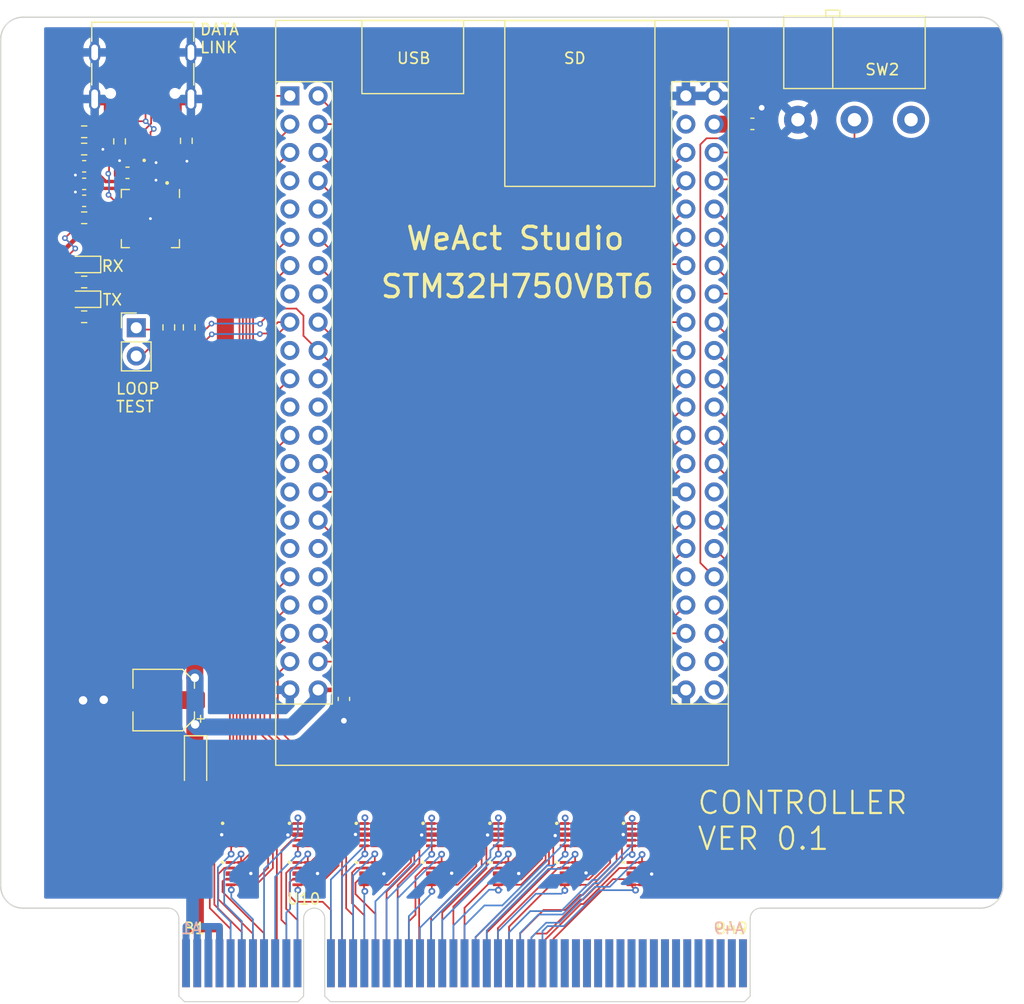
<source format=kicad_pcb>
(kicad_pcb (version 20221018) (generator pcbnew)
  (layers (0 "F.Cu" signal) (31 "B.Cu" signal) (34 "B.Paste" user) (35 "F.Paste" user) (36 "B.SilkS" user "B.Silkscreen") (37 "F.SilkS" user "F.Silkscreen") (38 "B.Mask" user) (39 "F.Mask" user) (44 "Edge.Cuts" user))
  (net 0 "")
  (net 1 "GND")
  (net 2 "/+5VBUS")
  (net 3 "/PB13")
  (net 4 "/PB12")
  (net 5 "/PB14")
  (net 6 "/PD9")
  (net 7 "/PE0")
  (net 8 "/PB8")
  (net 9 "/PE5")
  (net 11 "/PE1")
  (net 12 "/PB9")
  (net 13 "/PB7")
  (net 14 "/PB5")
  (net 16 "/PC1")
  (net 17 "/PC3")
  (net 18 "/PA1")
  (net 19 "/PA3")
  (net 20 "/PA5")
  (net 21 "/PA7")
  (net 22 "/PC5")
  (net 23 "/PB1")
  (net 24 "/PE7")
  (net 25 "/PE9")
  (net 26 "/PE11")
  (net 27 "/PE13")
  (net 28 "/PB11")
  (net 29 "/PD8")
  (net 30 "/PD10")
  (net 31 "/PD15")
  (net 32 "/PD14")
  (net 33 "/PC7")
  (net 34 "/PC6")
  (net 35 "/PA9")
  (net 36 "/PA8")
  (net 37 "/PB15")
  (net 38 "/PE12")
  (net 39 "/PE14")
  (net 40 "/PB10")
  (net 41 "/PA10")
  (net 42 "/PA15")
  (net 44 "/PD0")
  (net 45 "/PD1")
  (net 46 "/PD3")
  (net 47 "/PD5")
  (net 48 "/PE10")
  (net 49 "/PE8")
  (net 50 "/PB0")
  (net 51 "/PC4")
  (net 52 "/PA6")
  (net 53 "/PA4")
  (net 54 "/PA2")
  (net 55 "/PA0")
  (net 57 "/PC2")
  (net 58 "/PC0")
  (net 60 "/PE6")
  (net 61 "Net-(U16-VBUS)")
  (net 62 "/PE4")
  (net 64 "/PE15")
  (net 77 "/+5V")
  (net 120 "Net-(U16-VDD)")
  (net 121 "Net-(J2-VBUS)")
  (net 122 "Net-(J2-CC1)")
  (net 124 "Net-(U16-D+)")
  (net 125 "Net-(U16-D-)")
  (net 126 "Net-(J2-CC2)")
  (net 128 "Net-(U16-RXD)")
  (net 129 "Net-(U16-TXD)")
  (net 130 "Net-(U16-~{RSTb})")
  (net 141 "Net-(D2-A)")
  (net 142 "Net-(D3-A)")
  (net 150 "/NRST")
  (net 151 "Net-(D3-K)")
  (net 152 "Net-(D2-K)")
  (net 153 "unconnected-(U17-D3-Pad4)")
  (net 154 "unconnected-(U17-D4-Pad5)")
  (footprint "Resistor_SMD:R_0603_1608Metric" (layer "F.Cu") (at 58.5216 -17.2974 -90)
    (fp_text reference "R1" hide)
    (fp_text value "5K1")
  )
  (footprint "common:Diodes_UDFN-10_1.0x2.5mm_P0.5mm" (layer "F.Cu") (at 63 45)
    (fp_text reference "U2" hide)
    (fp_text value "ESD5344D")
  )
  (footprint "Capacitor_SMD:C_0603_1608Metric" (layer "F.Cu") (at 109.347 -18.8214)
    (fp_text reference "C4" hide)
    (fp_text value "1u")
  )
  (footprint "common:Diodes_UDFN-10_1.0x2.5mm_P0.5mm" (layer "F.Cu") (at 87 48.5)
    (fp_text reference "U13" hide)
    (fp_text value "ESD5344D")
  )
  (footprint "common:Diodes_UDFN-10_1.0x2.5mm_P0.5mm" (layer "F.Cu") (at 93 48.5)
    (fp_text reference "U14" hide)
    (fp_text value "ESD5344D")
  )
  (footprint "Resistor_SMD:R_0603_1608Metric" (layer "F.Cu") (at 49.3474 -10.3886 180)
    (fp_text reference "R5" hide)
    (fp_text value "5K1")
  )
  (footprint "Capacitor_SMD:C_0603_1608Metric" (layer "F.Cu") (at 53.2384 -14.4272 180)
    (fp_text reference "C5" hide)
    (fp_text value "100n")
  )
  (footprint "controller:weact_stm32fh750" (layer "F.Cu") (at 86.868 5.334)
    (fp_text reference "U1" hide)
    (fp_text value "WeAct_STM32H750_Module")
  )
  (footprint "common:Diodes_UDFN-10_1.0x2.5mm_P0.5mm" (layer "F.Cu") (at 81 45)
    (fp_text reference "U5" hide)
    (fp_text value "ESD5344D")
  )
  (footprint "common:Diodes_UDFN-10_1.0x2.5mm_P0.5mm" (layer "F.Cu") (at 99 48.5)
    (fp_text reference "U15" hide)
    (fp_text value "ESD5344D")
  )
  (footprint "LED_SMD:LED_0603_1608Metric" (layer "F.Cu") (at 49.3474 -6.1976 180)
    (fp_text reference "D3" hide)
    (fp_text value "LED_GREEN")
  )
  (footprint "common:PCIE_98_CARD" (layer "F.Cu") (at 70 60)
    (fp_text reference "J1" hide)
    (fp_text value "pcie_98")
    (fp_line (start -28.15 -10.4) (end -28.15 -86.4) (stroke (width 0.12)) (layer "Edge.Cuts"))
    (fp_line (start -26.15 -88.4) (end 59.85 -88.4) (stroke (width 0.12)) (layer "Edge.Cuts"))
    (fp_line (start -13.1 -8.4) (end -26.15 -8.4) (stroke (width 0.12)) (layer "Edge.Cuts"))
    (fp_line (start -12.15 -7.45) (end -12.15 -0.5) (stroke (width 0.1)) (layer "Edge.Cuts"))
    (fp_line (start -12.15 -0.5) (end -11.65 0) (stroke (width 0.1)) (layer "Edge.Cuts"))
    (fp_line (start -11.65 0) (end -1.45 0) (stroke (width 0.1)) (layer "Edge.Cuts"))
    (fp_line (start -0.95 -7.45) (end -0.95 -0.5) (stroke (width 0.1)) (layer "Edge.Cuts"))
    (fp_line (start -0.95 -0.5) (end -1.45 0) (stroke (width 0.1)) (layer "Edge.Cuts"))
    (fp_line (start 0.95 -7.45) (end 0.95 -0.5) (stroke (width 0.1)) (layer "Edge.Cuts"))
    (fp_line (start 0.95 -0.5) (end 1.45 0) (stroke (width 0.1)) (layer "Edge.Cuts"))
    (fp_line (start 1.45 0) (end 38.65 0) (stroke (width 0.1)) (layer "Edge.Cuts"))
    (fp_line (start 39.15 -7.45) (end 39.15 -0.5) (stroke (width 0.1)) (layer "Edge.Cuts"))
    (fp_line (start 39.15 -0.5) (end 38.65 0) (stroke (width 0.1)) (layer "Edge.Cuts"))
    (fp_line (start 59.85 -8.4) (end 40.1 -8.4) (stroke (width 0.12)) (layer "Edge.Cuts"))
    (fp_line (start 61.85 -86.4) (end 61.85 -10.4) (stroke (width 0.12)) (layer "Edge.Cuts"))
    (fp_arc (start -28.15 -86.4) (mid -27.564214 -87.814214) (end -26.15 -88.4) (stroke (width 0.12)) (layer "Edge.Cuts"))
    (fp_arc (start -26.15 -8.4) (mid -27.564214 -8.985786) (end -28.15 -10.4) (stroke (width 0.12)) (layer "Edge.Cuts"))
    (fp_arc (start -13.1 -8.4) (mid -12.428248 -8.121752) (end -12.15 -7.45) (stroke (width 0.1)) (layer "Edge.Cuts"))
    (fp_arc (start -0.95 -7.45) (mid 0 -8.4) (end 0.95 -7.45) (stroke (width 0.1)) (layer "Edge.Cuts"))
    (fp_arc (start 39.15 -7.45) (mid 39.428249 -8.121751) (end 40.1 -8.4) (stroke (width 0.1)) (layer "Edge.Cuts"))
    (fp_arc (start 59.85 -88.4) (mid 61.264214 -87.814214) (end 61.85 -86.4) (stroke (width 0.12)) (layer "Edge.Cuts"))
    (fp_arc (start 61.85 -10.4) (mid 61.264214 -8.985786) (end 59.85 -8.4) (stroke (width 0.12)) (layer "Edge.Cuts"))
  )
  (footprint "Diode_SMD:D_SOD-123" (layer "F.Cu") (at 59.35 38.481 -90)
    (fp_text reference "D1" hide)
    (fp_text value "B5819W SL")
  )
  (footprint "Connector_PinHeader_2.54mm:PinHeader_1x02_P2.54mm_Vertical" (layer "F.Cu") (at 54.0258 -0.513)
    (fp_text reference "JP1" hide)
    (fp_text value "Jumper_2_Open")
  )
  (footprint "Resistor_SMD:R_0603_1608Metric" (layer "F.Cu") (at 49.3474 -4.6228 180)
    (fp_text reference "R9" hide)
    (fp_text value "5K1")
  )
  (footprint "Resistor_SMD:R_0603_1608Metric" (layer "F.Cu") (at 58.7756 -0.5456 -90)
    (fp_text reference "R4" hide)
    (fp_text value "1K")
  )
  (footprint "common:Diodes_UDFN-10_1.0x2.5mm_P0.5mm" (layer "F.Cu") (at 69 48.5)
    (fp_text reference "U10")
    (fp_text value "ESD5344D")
  )
  (footprint "common:Diodes_UDFN-10_1.0x2.5mm_P0.5mm" (layer "F.Cu") (at 55.753 -16.764 90)
    (fp_text reference "U17" hide)
    (fp_text value "ESD5344D")
  )
  (footprint "controller:QFN-28-1EP_5x5mm_P0.5mm_EP3.35x3.35mm" (layer "F.Cu") (at 55.2958 -10.3169 180)
    (fp_text reference "U16" hide)
    (fp_text value "CP2102N-A02-GQFN28R")
  )
  (footprint "common:Diodes_UDFN-10_1.0x2.5mm_P0.5mm" (layer "F.Cu") (at 87 45)
    (fp_text reference "U6" hide)
    (fp_text value "ESD5344D")
  )
  (footprint "Capacitor_SMD:C_0603_1608Metric" (layer "F.Cu") (at 72.6694 32.8168 -90)
    (fp_text reference "C1" hide)
    (fp_text value "1u")
  )
  (footprint "Capacitor_SMD:C_0603_1608Metric" (layer "F.Cu") (at 49.3474 -11.9126)
    (fp_text reference "C6" hide)
    (fp_text value "1u")
  )
  (footprint "common:Diodes_UDFN-10_1.0x2.5mm_P0.5mm" (layer "F.Cu") (at 93 45)
    (fp_text reference "U7" hide)
    (fp_text value "ESD5344D")
  )
  (footprint "common:Diodes_UDFN-10_1.0x2.5mm_P0.5mm" (layer "F.Cu") (at 75 48.5)
    (fp_text reference "U11" hide)
    (fp_text value "ESD5344D")
  )
  (footprint "LED_SMD:LED_0603_1608Metric" (layer "F.Cu") (at 49.3474 -3.0734 180)
    (fp_text reference "D2" hide)
    (fp_text value "LED YELLOW")
  )
  (footprint "Capacitor_SMD:C_0603_1608Metric" (layer "F.Cu") (at 49.3474 -13.4366)
    (fp_text reference "C7" hide)
    (fp_text value "100n")
  )
  (footprint "Resistor_SMD:R_0603_1608Metric" (layer "F.Cu") (at 49.3474 -1.4986 180)
    (fp_text reference "R8" hide)
    (fp_text value "5K1")
  )
  (footprint "Resistor_SMD:R_0603_1608Metric" (layer "F.Cu") (at 49.3474 -16.5608 180)
    (fp_text reference "R6" hide)
    (fp_text value "47K")
  )
  (footprint "common:Diodes_UDFN-10_1.0x2.5mm_P0.5mm" (layer "F.Cu") (at 99 45)
    (fp_text reference "U8" hide)
    (fp_text value "ESD5344D")
  )
  (footprint "common:Diodes_UDFN-10_1.0x2.5mm_P0.5mm" (layer "F.Cu") (at 81 48.5)
    (fp_text reference "U12" hide)
    (fp_text value "ESD5344D")
  )
  (footprint "Capacitor_SMD:C_0603_1608Metric" (layer "F.Cu") (at 49.3474 -15.0114 180)
    (fp_text reference "C8" hide)
    (fp_text value "4u7")
  )
  (footprint "Resistor_SMD:R_0603_1608Metric" (layer "F.Cu") (at 56.9468 -0.5456 -90)
    (fp_text reference "R3" hide)
    (fp_text value "1K")
  )
  (footprint "Resistor_SMD:R_0603_1608Metric" (layer "F.Cu") (at 49.3474 -18.1102)
    (fp_text reference "R7" hide)
    (fp_text value "22K")
  )
  (footprint "common:Diodes_UDFN-10_1.0x2.5mm_P0.5mm" (layer "F.Cu") (at 63 48.5)
    (fp_text reference "U9" hide)
    (fp_text value "ESD5344D")
  )
  (footprint "Resistor_SMD:R_0603_1608Metric" (layer "F.Cu") (at 52.5272 -17.2466 -90)
    (fp_text reference "R2" hide)
    (fp_text value "5K1")
  )
  (footprint "controller:microswitch" (layer "F.Cu") (at 118.5164 -19.1954)
    (fp_text reference "SW2")
    (fp_text value "D2F-01F-A\n")
  )
  (footprint "common:Diodes_UDFN-10_1.0x2.5mm_P0.5mm" (layer "F.Cu") (at 75 45)
    (fp_text reference "U4" hide)
    (fp_text value "ESD5344D")
  )
  (footprint "controller:CP_Elec_5x5.4_JLCPCB" (layer "F.Cu") (at 56.4896 32.9184)
    (fp_text reference "C3" hide)
    (fp_text value "100u")
  )
  (footprint "controller:USB_C_Receptacle_XKB_U262-16XN-4BVC11" (layer "F.Cu") (at 54.61 -22.661 180)
    (fp_text reference "J2" hide)
    (fp_text value "USB_C_Receptacle_USB2.0")
  )
  (footprint "common:Diodes_UDFN-10_1.0x2.5mm_P0.5mm" (layer "F.Cu") (at 69 45)
    (fp_text reference "U3" hide)
    (fp_text value "ESD5344D")
  )
  (gr_text "TX" (at 50.927 -2.4384) (layer "F.SilkS") (effects (font (size 1 1)) (justify left bottom)))
  (gr_text "DATA\nLINK" (at 59.6646 -25.0952) (layer "F.SilkS") (effects (font (size 1 1)) (justify left bottom)))
  (gr_text "WeAct Studio" (at 78.105 -7.366) (layer "F.SilkS") (effects (font (size 2 2) (thickness 0.3)) (justify left bottom)))
  (gr_text "STM32H750VBT6" (at 75.819 -3.048) (layer "F.SilkS") (effects (font (size 2 2) (thickness 0.3)) (justify left bottom)))
  (gr_text "CONTROLLER\nVER 0.1" (at 104.2924 46.5328) (layer "F.SilkS") (effects (font (size 2 2) (thickness 0.2)) (justify left bottom)))
  (gr_text "RX" (at 50.8324 -5.4626) (layer "F.SilkS") (effects (font (size 1 1)) (justify left bottom)))
  (gr_text "LOOP\nTEST" (at 52.1208 7.1578) (layer "F.SilkS") (effects (font (size 1 1)) (justify left bottom)))
  (segment (start 69 48.5) (end 70.042485 48.5) (width 0.1524) (layer "F.Cu") (net 1))
  (segment (start 55.7958 -12.8169) (end 55.7958 -13.7668) (width 0.1524) (layer "F.Cu") (net 1))
  (segment (start 52.5272 -16.4216) (end 52.5272 -14.491) (width 0.1524) (layer "F.Cu") (net 1))
  (segment (start 81 48.5) (end 82.075485 48.5) (width 0.1524) (layer "F.Cu") (net 1))
  (segment (start 75 45) (end 73.845663 45) (width 0.1524) (layer "F.Cu") (net 1))
  (segment (start 64.1207 48.5) (end 64.1227 48.498) (width 0.1524) (layer "F.Cu") (net 1))
  (segment (start 67.799413 45.04245) (end 68.95755 45.04245) (width 0.1524) (layer "F.Cu") (net 1))
  (segment (start 73.7108 44.9834) (end 74.9834 44.9834) (width 0.2286) (layer "F.Cu") (net 1))
  (segment (start 51.228 -20.5994) (end 50.673 -20.5994) (width 0.2286) (layer "F.Cu") (net 1))
  (segment (start 82.075485 48.5) (end 82.171603 48.403882) (width 0.1524) (layer "F.Cu") (net 1))
  (segment (start 73.845663 45) (end 73.813195 45.032468) (width 0.1524) (layer "F.Cu") (net 1))
  (segment (start 58.5216 -15.5194) (end 58.5724 -15.4686) (width 0.1524) (layer "F.Cu") (net 1))
  (segment (start 74.9834 44.9834) (end 75 45) (width 0.2286) (layer "F.Cu") (net 1))
  (segment (start 52.5272 -14.491) (end 52.4634 -14.4272) (width 0.1524) (layer "F.Cu") (net 1))
  (segment (start 75 48.5) (end 76.251452 48.5) (width 0.1524) (layer "F.Cu") (net 1))
  (segment (start 48.5724 -11.9126) (end 48.5724 -15.0114) (width 0.1524) (layer "F.Cu") (net 1))
  (segment (start 55.2913 -10.3124) (end 55.2958 -10.3169) (width 0.1524) (layer "F.Cu") (net 1))
  (segment (start 63 48.5) (end 64.1207 48.5) (width 0.1524) (layer "F.Cu") (net 1))
  (segment (start 55.7958 -12.8169) (end 55.7958 -10.8169) (width 0.1524) (layer "F.Cu") (net 1))
  (segment (start 55.2958 -10.3124) (end 55.2913 -10.3124) (width 0.1524) (layer "F.Cu") (net 1))
  (segment (start 55.8038 -16.4846) (end 55.8038 -15.3416) (width 0.1524) (layer "F.Cu") (net 1))
  (segment (start 88.3552 48.5) (end 88.3666 48.4886) (width 0.1524) (layer "F.Cu") (net 1))
  (segment (start 57.9647 -20.5994) (end 58.5197 -20.5994) (width 0.2286) (layer "F.Cu") (net 1))
  (segment (start 91.690536 45.085) (end 91.6432 45.085) (width 0.1524) (layer "F.Cu") (net 1))
  (segment (start 70.042485 48.5) (end 70.155485 48.387) (width 0.1524) (layer "F.Cu") (net 1))
  (segment (start 99 48.5) (end 100.1382 48.5) (width 0.1524) (layer "F.Cu") (net 1))
  (segment (start 72.7202 34.7218) (end 72.6694 34.7726) (width 0.3048) (layer "F.Cu") (net 1))
  (segment (start 92.942132 45.0088) (end 91.7194 45.0088) (width 0.1524) (layer "F.Cu") (net 1))
  (segment (start 68.95755 45.04245) (end 69 45) (width 0.1524) (layer "F.Cu") (net 1))
  (segment (start 87 48.5) (end 88.3552 48.5) (width 0.1524) (layer "F.Cu") (net 1))
  (segment (start 80.940668 45.059332) (end 81 45) (width 0.1524) (layer "F.Cu") (net 1))
  (segment (start 49.7508 32.9184) (end 53.8812 32.9184) (width 1.143) (layer "F.Cu") (net 1))
  (segment (start 58.5216 -16.4724) (end 58.5216 -15.5194) (width 0.1524) (layer "F.Cu") (net 1))
  (segment (start 76.251452 48.5) (end 76.265452 48.514) (width 0.1524) (layer "F.Cu") (net 1))
  (segment (start 91.7194 45.0088) (end 91.6432 45.085) (width 0.1524) (layer "F.Cu") (net 1))
  (segment (start 98.99165 44.99165) (end 99 45) (width 0.1524) (layer "F.Cu") (net 1))
  (segment (start 51.0225 -16.5354) (end 50.1711 -16.5354) (width 0.1524) (layer "F.Cu") (net 1))
  (segment (start 85.860599 45.04245) (end 86.95755 45.04245) (width 0.1524) (layer "F.Cu") (net 1))
  (segment (start 79.8576 45.0342) (end 80.925666 45.0342) (width 0.1524) (layer "F.Cu") (net 1))
  (segment (start 100.1382 48.5) (end 100.1776 48.5394) (width 0.1524) (layer "F.Cu") (net 1))
  (segment (start 91.717668 45.057868) (end 91.690536 45.085) (width 0.1524) (layer "F.Cu") (net 1))
  (segment (start 55.7958 -10.8169) (end 55.2958 -10.3169) (width 0.1524) (layer "F.Cu") (net 1))
  (segment (start 110.236 -19.0565) (end 110.236 -20.0595) (width 0.4064) (layer "F.Cu") (net 1))
  (segment (start 94.3496 48.5) (end 94.4118 48.4378) (width 0.1524) (layer "F.Cu") (net 1))
  (segment (start 72.7202 33.688) (end 72.7202 34.7218) (width 0.3048) (layer "F.Cu") (net 1))
  (segment (start 55.2958 -10.3169) (end 55.2958 -10.3124) (width 0.1524) (layer "F.Cu") (net 1))
  (segment (start 97.751599 44.99165) (end 98.99165 44.99165) (width 0.1524) (layer "F.Cu") (net 1))
  (segment (start 86.95755 45.04245) (end 87 45) (width 0.1524) (layer "F.Cu") (net 1))
  (segment (start 61.858193 45) (end 61.839693 44.9815) (width 0.1524) (layer "F.Cu") (net 1))
  (segment (start 63 45) (end 61.858193 45) (width 0.1524) (layer "F.Cu") (net 1))
  (segment (start 93 48.5) (end 94.3496 48.5) (width 0.1524) (layer "F.Cu") (net 1))
  (via locked (at 64.3128 48.4886) (size 0.6096) (drill 0.3048) (layers "F.Cu" "B.Cu") (net 1))
  (via (at 55.7958 -13.7668) (size 0.508) (drill 0.254) (layers "F.Cu" "B.Cu") (net 1))
  (via locked (at 94.4118 48.4378) (size 0.6096) (drill 0.3048) (layers "F.Cu" "B.Cu") (net 1))
  (via (at 82.3468 48.4666) (size 0.6096) (drill 0.3048) (layers "F.Cu" "B.Cu") (net 1))
  (via (at 49.2506 32.9438) (size 1.524) (drill 0.762) (layers "F.Cu" "B.Cu") (net 1))
  (via (at 48.56 -14.224) (size 0.508) (drill 0.254) (layers "F.Cu" "B.Cu") (net 1))
  (via locked (at 70.3006 48.4886) (size 0.6096) (drill 0.3048) (layers "F.Cu" "B.Cu") (net 1))
  (via locked (at 76.265452 48.514) (size 0.6096) (drill 0.3048) (layers "F.Cu" "B.Cu") (net 1))
  (via locked (at 85.5726 45.0334) (size 0.6096) (drill 0.3048) (layers "F.Cu" "B.Cu") (net 1))
  (via locked (at 73.7108 44.9834) (size 0.6096) (drill 0.3048) (layers "F.Cu" "B.Cu") (net 1))
  (via locked (at 97.751599 44.99165) (size 0.6096) (drill 0.3048) (layers "F.Cu" "B.Cu") (net 1))
  (via (at 52.5272 -15.5194) (size 0.508) (drill 0.254) (layers "F.Cu" "B.Cu") (net 1))
  (via (at 110.1852 -20.2692) (size 1.016) (drill 0.508) (layers "F.Cu" "B.Cu") (net 1))
  (via locked (at 91.6432 45.085) (size 0.6096) (drill 0.3048) (layers "F.Cu" "B.Cu") (net 1))
  (via (at 55.8038 -15.3416) (size 0.508) (drill 0.254) (layers "F.Cu" "B.Cu") (net 1))
  (via (at 51.1048 32.893) (size 1.524) (drill 0.762) (layers "F.Cu" "B.Cu") (net 1))
  (via locked (at 100.3046 48.5394) (size 0.6096) (drill 0.3048) (layers "F.Cu" "B.Cu") (net 1))
  (via (at 58.5724 -15.4686) (size 0.508) (drill 0.254) (layers "F.Cu" "B.Cu") (net 1))
  (via locked (at 88.3666 48.4886) (size 0.6096) (drill 0.3048) (layers "F.Cu" "B.Cu") (net 1))
  (via locked (at 61.6966 45.0088) (size 0.6096) (drill 0.3048) (layers "F.Cu" "B.Cu") (net 1))
  (via (at 67.6402 45.0342) (size 0.6096) (drill 0.3048) (layers "F.Cu" "B.Cu") (net 1))
  (via (at 72.6694 34.7726) (size 1.016) (drill 0.508) (layers "F.Cu" "B.Cu") (net 1))
  (via (at 48.56 -12.7) (size 0.508) (drill 0.254) (layers "F.Cu" "B.Cu") (net 1))
  (via locked (at 79.6544 45.0334) (size 0.6096) (drill 0.3048) (layers "F.Cu" "B.Cu") (net 1))
  (via (at 51.0286 -16.5354) (size 0.508) (drill 0.254) (layers "F.Cu" "B.Cu") (net 1))
  (via (at 55.2958 -10.3124) (size 0.508) (drill 0.254) (layers "F.Cu" "B.Cu") (net 1))
  (segment (start 58.5 56.55) (end 58.5 53.2422) (width 0.6096) (layer "B.Cu") (net 1))
  (segment (start 60.5 56.55) (end 60.5 53.2666) (width 0.6096) (layer "B.Cu") (net 1))
  (segment (start 61.5 53.2384) (end 61.5 56.55) (width 0.6096) (layer "B.Cu") (net 1))
  (segment (start 60.5282 53.2384) (end 61.3918 53.2384) (width 0.6096) (layer "B.Cu") (net 1))
  (segment (start 59.5 56.55) (end 59.5 53.2506) (width 0.6096) (layer "B.Cu") (net 1))
  (segment (start 59.5122 53.2384) (end 60.5282 53.2384) (width 0.6096) (layer "B.Cu") (net 1))
  (segment (start 59.5 53.2506) (end 59.5122 53.2384) (width 0.6096) (layer "B.Cu") (net 1))
  (segment (start 60.5 53.2666) (end 60.5282 53.2384) (width 0.6096) (layer "B.Cu") (net 1))
  (segment (start 58.4962 53.2384) (end 59.5122 53.2384) (width 0.6096) (layer "B.Cu") (net 1))
  (segment (start 59.0804 52.906) (end 59.0804 49.456) (width 1.143) (layer "B.Cu") (net 1))
  (segment (start 59.2836 44.196) (end 59.3344 44.2468) (width 1.524) (layer "F.Cu") (net 2))
  (segment (start 62.5625 44) (end 59.4796 44) (width 0.2286) (layer "F.Cu") (net 2))
  (segment (start 59.3344 44.2468) (end 59.3344 53.0352) (width 1.524) (layer "F.Cu") (net 2))
  (segment (start 61.5 56.55) (end 61.5 53.4736) (width 0.6096) (layer "F.Cu") (net 2))
  (segment (start 60.5 56.55) (end 60.5 53.4698) (width 0.6096) (layer "F.Cu") (net 2))
  (segment (start 61.5 53.4736) (end 61.4934 53.467) (width 0.6096) (layer "F.Cu") (net 2))
  (segment (start 59.5 56.55) (end 59.5 53.4792) (width 0.6096) (layer "F.Cu") (net 2))
  (segment (start 59.4796 44) (end 59.2836 44.196) (width 0.2286) (layer "F.Cu") (net 2))
  (segment (start 58.5 56.55) (end 58.5 53.4962) (width 0.6096) (layer "F.Cu") (net 2))
  (segment (start 58.5 53.4962) (end 58.4962 53.4924) (width 0.6096) (layer "F.Cu") (net 2))
  (segment (start 58.4962 53.4924) (end 58.5216 53.467) (width 0.6096) (layer "F.Cu") (net 2))
  (segment (start 58.5216 53.467) (end 61.4934 53.467) (width 0.6096) (layer "F.Cu") (net 2))
  (segment (start 60.5 53.4698) (end 60.5028 53.467) (width 0.6096) (layer "F.Cu") (net 2))
  (segment (start 62.5625 44) (end 63.4375 44) (width 0.2286) (layer "F.Cu") (net 2))
  (segment (start 59.35 40.131) (end 59.35 44.1804) (width 1.524) (layer "F.Cu") (net 2))
  (segment (start 64.9478 -5.8928) (end 63.2968 -4.2418) (width 0.1524) (layer "F.Cu") (net 3))
  (segment (start 63.2968 -4.2418) (end 63.2968 5.13472) (width 0.1524) (layer "F.Cu") (net 3))
  (segment (start 63.1327 44.5) (end 62.5625 44.5) (width 0.1524) (layer "F.Cu") (net 3))
  (segment (start 62.5111 44.4486) (end 61.3932 44.4486) (width 0.1524) (layer "F.Cu") (net 3))
  (segment (start 63.2968 5.13472) (end 62.4332 5.99832) (width 0.1524) (layer "F.Cu") (net 3))
  (segment (start 62.5 53.4703) (end 62.5 56.55) (width 0.1524) (layer "F.Cu") (net 3))
  (segment (start 60.6298 51.6001) (end 62.5 53.4703) (width 0.1524) (layer "F.Cu") (net 3))
  (segment (start 64.0088 44.5) (end 63.4375 44.5) (width 0.1524) (layer "F.Cu") (net 3))
  (segment (start 64.1858 44.323) (end 64.0088 44.5) (width 0.1524) (layer "F.Cu") (net 3))
  (segment (start 62.4332 41.6052) (end 64.1858 43.3578) (width 0.1524) (layer "F.Cu") (net 3))
  (segment (start 64.9478 -19.8374) (end 64.9478 -5.8928) (width 0.1524) (layer "F.Cu") (net 3))
  (segment (start 62.4332 5.99832) (end 62.4332 41.6052) (width 0.1524) (layer "F.Cu") (net 3))
  (segment (start 61.3932 44.4486) (end 60.6298 45.212) (width 0.1524) (layer "F.Cu") (net 3))
  (segment (start 62.5625 44.5) (end 62.5111 44.4486) (width 0.1524) (layer "F.Cu") (net 3))
  (segment (start 67.818 -21.336) (end 66.4464 -21.336) (width 0.1524) (layer "F.Cu") (net 3))
  (segment (start 66.4464 -21.336) (end 64.9478 -19.8374) (width 0.1524) (layer "F.Cu") (net 3))
  (segment (start 64.1858 43.3578) (end 64.1858 44.323) (width 0.1524) (layer "F.Cu") (net 3))
  (segment (start 60.6298 45.212) (end 60.6298 51.6001) (width 0.1524) (layer "F.Cu") (net 3))
  (segment (start 76.5 50.119) (end 76.5 56.55) (width 0.1524) (layer "F.Cu") (net 4))
  (segment (start 70.358 -21.336) (end 82.3468 -9.3472) (width 0.1524) (layer "F.Cu") (net 4))
  (segment (start 82.3468 44.196) (end 82.0428 44.5) (width 0.1524) (layer "F.Cu") (net 4))
  (segment (start 79.2996 44.5) (end 78.994 44.8056) (width 0.1524) (layer "F.Cu") (net 4))
  (segment (start 78.994 44.8056) (end 78.994 47.625) (width 0.1524) (layer "F.Cu") (net 4))
  (segment (start 82.0428 44.5) (end 79.2996 44.5) (width 0.1524) (layer "F.Cu") (net 4))
  (segment (start 78.994 47.625) (end 76.5 50.119) (width 0.1524) (layer "F.Cu") (net 4))
  (segment (start 82.3468 -9.3472) (end 82.3468 44.196) (width 0.1524) (layer "F.Cu") (net 4))
  (segment (start 80.5625 44) (end 81.4375 44) (width 0.1524) (layer "F.Cu") (net 5))
  (segment (start 71.7042 -18.796) (end 70.358 -18.796) (width 0.1524) (layer "F.Cu") (net 5))
  (segment (start 80.5556 43.5102) (end 80.5556 43.9931) (width 0.1524) (layer "F.Cu") (net 5))
  (segment (start 81.4375 44) (end 81.4375 3.9573) (width 0.1524) (layer "F.Cu") (net 5))
  (segment (start 81.4324 3.9522) (end 81.4324 -9.0678) (width 0.1524) (layer "F.Cu") (net 5))
  (segment (start 81.4324 -9.0678) (end 71.7042 -18.796) (width 0.1524) (layer "F.Cu") (net 5))
  (segment (start 81.4375 3.9573) (end 81.4324 3.9522) (width 0.1524) (layer "F.Cu") (net 5))
  (via locked (at 80.5556 43.5102) (size 0.6096) (drill 0.3048) (layers "F.Cu" "B.Cu") (net 5))
  (segment (start 75.5 50.992) (end 80.5556 45.9364) (width 0.1524) (layer "B.Cu") (net 5))
  (segment (start 80.5556 45.9364) (end 80.5556 43.5102) (width 0.1524) (layer "B.Cu") (net 5))
  (segment (start 75.5 56.55) (end 75.5 50.992) (width 0.1524) (layer "B.Cu") (net 5))
  (segment (start 64.196847 46) (end 62.5625 46) (width 0.1524) (layer "F.Cu") (net 6))
  (segment (start 63.0428 6.250824) (end 63.0428 40.4876) (width 0.1524) (layer "F.Cu") (net 6))
  (segment (start 65.913 -5.6388) (end 63.9064 -3.6322) (width 0.1524) (layer "F.Cu") (net 6))
  (segment (start 64.8716 45.325247) (end 64.196847 46) (width 0.1524) (layer "F.Cu") (net 6))
  (segment (start 65.913 -14.351) (end 65.913 -5.6388) (width 0.1524) (layer "F.Cu") (net 6))
  (segment (start 62.5479 46.0146) (end 62.5479 46.7454) (width 0.1524) (layer "F.Cu") (net 6))
  (segment (start 62.5625 46) (end 62.5479 46.0146) (width 0.1524) (layer "F.Cu") (net 6))
  (segment (start 63.0428 40.4876) (end 64.8716 42.3164) (width 0.1524) (layer "F.Cu") (net 6))
  (segment (start 67.818 -16.256) (end 65.913 -14.351) (width 0.1524) (layer "F.Cu") (net 6))
  (segment (start 63.9064 -3.6322) (end 63.9064 5.387224) (width 0.1524) (layer "F.Cu") (net 6))
  (segment (start 63.9064 5.387224) (end 63.0428 6.250824) (width 0.1524) (layer "F.Cu") (net 6))
  (segment (start 64.8716 42.3164) (end 64.8716 45.325247) (width 0.1524) (layer "F.Cu") (net 6))
  (via locked (at 62.5479 46.7454) (size 0.6096) (drill 0.3048) (layers "F.Cu" "B.Cu") (net 6))
  (segment (start 62.5 56.55) (end 62.5 52.8226) (width 0.1524) (layer "B.Cu") (net 6))
  (segment (start 62.5 52.8226) (end 61.3537 51.6763) (width 0.1524) (layer "B.Cu") (net 6))
  (segment (start 61.3537 47.9396) (end 62.5479 46.7454) (width 0.1524) (layer "B.Cu") (net 6))
  (segment (start 61.3537 51.6763) (end 61.3537 47.9396) (width 0.1524) (layer "B.Cu") (net 6))
  (segment (start 73.6854 31.115) (end 73.6854 39.9542) (width 0.1524) (layer "F.Cu") (net 7))
  (segment (start 71.4436 42.196) (end 71.4436 46.4838) (width 0.1524) (layer "F.Cu") (net 7))
  (segment (start 70.358 29.464) (end 72.0344 29.464) (width 0.1524) (layer "F.Cu") (net 7))
  (segment (start 69.9274 48) (end 67.9256 48) (width 0.1524) (layer "F.Cu") (net 7))
  (segment (start 67.4878 48.4378) (end 67.4878 51.6636) (width 0.1524) (layer "F.Cu") (net 7))
  (segment (start 73.6854 39.9542) (end 71.4436 42.196) (width 0.1524) (layer "F.Cu") (net 7))
  (segment (start 67.4878 51.6636) (end 68.5 52.6758) (width 0.1524) (layer "F.Cu") (net 7))
  (segment (start 72.0344 29.464) (end 73.6854 31.115) (width 0.1524) (layer "F.Cu") (net 7))
  (segment (start 71.4436 46.4838) (end 69.9274 48) (width 0.1524) (layer "F.Cu") (net 7))
  (segment (start 67.9256 48) (end 67.4878 48.4378) (width 0.1524) (layer "F.Cu") (net 7))
  (segment (start 68.5 52.6758) (end 68.5 56.55) (width 0.1524) (layer "F.Cu") (net 7))
  (segment (start 69.4595 49.022) (end 70.521542 49.022) (width 0.1524) (layer "F.Cu") (net 8))
  (segment (start 71.882 42.799) (end 74.1426 40.5384) (width 0.1524) (layer "F.Cu") (net 8))
  (segment (start 68.326 51.0286) (end 67.7926 50.4952) (width 0.1524) (layer "F.Cu") (net 8))
  (segment (start 70.7644 51.0286) (end 68.326 51.0286) (width 0.1524) (layer "F.Cu") (net 8))
  (segment (start 74.1426 30.7086) (end 70.358 26.924) (width 0.1524) (layer "F.Cu") (net 8))
  (segment (start 69.4375 49) (end 69.4595 49.022) (width 0.1524) (layer "F.Cu") (net 8))
  (segment (start 70.521542 49.022) (end 71.882 47.661542) (width 0.1524) (layer "F.Cu") (net 8))
  (segment (start 71.5 51.7642) (end 70.7644 51.0286) (width 0.1524) (layer "F.Cu") (net 8))
  (segment (start 67.7926 50.4952) (end 67.7926 49.28) (width 0.1524) (layer "F.Cu") (net 8))
  (segment (start 67.7926 49.28) (end 68.0726 49) (width 0.1524) (layer "F.Cu") (net 8))
  (segment (start 68.0726 49) (end 69.4375 49) (width 0.1524) (layer "F.Cu") (net 8))
  (segment (start 71.882 47.661542) (end 71.882 42.799) (width 0.1524) (layer "F.Cu") (net 8))
  (segment (start 74.1426 40.5384) (end 74.1426 30.7086) (width 0.1524) (layer "F.Cu") (net 8))
  (segment (start 71.5 56.55) (end 71.5 51.7642) (width 0.1524) (layer "F.Cu") (net 8))
  (segment (start 103.33094 37.592) (end 100.9396 37.592) (width 0.1524) (layer "F.Cu") (net 9))
  (segment (start 100.9396 37.592) (end 94.0316 44.5) (width 0.1524) (layer "F.Cu") (net 9))
  (segment (start 94.0316 44.5) (end 91.423058 44.5) (width 0.1524) (layer "F.Cu") (net 9))
  (segment (start 107.823 33.09994) (end 103.33094 37.592) (width 0.1524) (layer "F.Cu") (net 9))
  (segment (start 107.823 28.829) (end 107.823 33.09994) (width 0.1524) (layer "F.Cu") (net 9))
  (segment (start 91.0844 44.838658) (end 91.0844 47.625) (width 0.1524) (layer "F.Cu") (net 9))
  (segment (start 105.918 26.924) (end 107.823 28.829) (width 0.1524) (layer "F.Cu") (net 9))
  (segment (start 84.5 54.2094) (end 84.5 56.55) (width 0.1524) (layer "F.Cu") (net 9))
  (segment (start 91.0844 47.625) (end 84.5 54.2094) (width 0.1524) (layer "F.Cu") (net 9))
  (segment (start 91.423058 44.5) (end 91.0844 44.838658) (width 0.1524) (layer "F.Cu") (net 9))
  (segment (start 71.1134 46.0366) (end 71.1134 39.8714) (width 0.1524) (layer "F.Cu") (net 11))
  (segment (start 68.5625 47.5) (end 69.4375 47.5) (width 0.1524) (layer "F.Cu") (net 11))
  (segment (start 69.428482 47.490982) (end 69.4375 47.5) (width 0.1524) (layer "F.Cu") (net 11))
  (segment (start 69.428482 46.744518) (end 69.428482 47.490982) (width 0.1524) (layer "F.Cu") (net 11))
  (segment (start 66.7394 30.5426) (end 67.818 29.464) (width 0.1524) (layer "F.Cu") (net 11))
  (segment (start 71.1134 39.8714) (end 66.7394 35.4974) (width 0.1524) (layer "F.Cu") (net 11))
  (segment (start 69.65 47.5) (end 71.1134 46.0366) (width 0.1524) (layer "F.Cu") (net 11))
  (segment (start 69.4375 47.5) (end 69.65 47.5) (width 0.1524) (layer "F.Cu") (net 11))
  (segment (start 66.7394 35.4974) (end 66.7394 30.5426) (width 0.1524) (layer "F.Cu") (net 11))
  (via locked (at 69.428482 46.744518) (size 0.6096) (drill 0.3048) (layers "F.Cu" "B.Cu") (net 11))
  (segment (start 67.5 52.005836) (end 67.5 56.55) (width 0.1524) (layer "B.Cu") (net 11))
  (segment (start 67.8434 51.662436) (end 67.5 52.005836) (width 0.1524) (layer "B.Cu") (net 11))
  (segment (start 67.8434 48.3296) (end 67.8434 51.662436) (width 0.1524) (layer "B.Cu") (net 11))
  (segment (start 69.428482 46.744518) (end 67.8434 48.3296) (width 0.1524) (layer "B.Cu") (net 11))
  (segment (start 66.04 35.6108) (end 66.04 28.702) (width 0.1524) (layer "F.Cu") (net 12))
  (segment (start 68.539482 46.023018) (end 68.5625 46) (width 0.1524) (layer "F.Cu") (net 12))
  (segment (start 70.8086 40.3794) (end 66.04 35.6108) (width 0.1524) (layer "F.Cu") (net 12))
  (segment (start 70.1288 46) (end 70.8086 45.3202) (width 0.1524) (layer "F.Cu") (net 12))
  (segment (start 68.5625 46) (end 70.1288 46) (width 0.1524) (layer "F.Cu") (net 12))
  (segment (start 68.539482 46.744518) (end 68.539482 46.023018) (width 0.1524) (layer "F.Cu") (net 12))
  (segment (start 66.04 28.702) (end 67.818 26.924) (width 0.1524) (layer "F.Cu") (net 12))
  (segment (start 70.8086 45.3202) (end 70.8086 40.3794) (width 0.1524) (layer "F.Cu") (net 12))
  (via locked (at 68.539482 46.744518) (size 0.6096) (drill 0.3048) (layers "F.Cu" "B.Cu") (net 12))
  (segment (start 68.539482 46.744518) (end 66.5 48.784) (width 0.1524) (layer "B.Cu") (net 12))
  (segment (start 66.5 48.784) (end 66.5 56.55) (width 0.1524) (layer "B.Cu") (net 12))
  (segment (start 70.5038 45.117) (end 70.5038 40.6842) (width 0.1524) (layer "F.Cu") (net 13))
  (segment (start 67.9872 45.5) (end 67.056 46.4312) (width 0.1524) (layer "F.Cu") (net 13))
  (segment (start 69.0306 45.5) (end 67.9872 45.5) (width 0.1524) (layer "F.Cu") (net 13))
  (segment (start 70.5038 40.6842) (end 65.532 35.7124) (width 0.1524) (layer "F.Cu") (net 13))
  (segment (start 68.5625 45.5) (end 69.0306 45.5) (width 0.1524) (layer "F.Cu") (net 13))
  (segment (start 67.056 46.4312) (end 67.056 52.6542) (width 0.1524) (layer "F.Cu") (net 13))
  (segment (start 67.5 53.0982) (end 67.5 56.55) (width 0.1524) (layer "F.Cu") (net 13))
  (segment (start 69.0306 45.5) (end 70.1208 45.5) (width 0.1524) (layer "F.Cu") (net 13))
  (segment (start 67.056 52.6542) (end 67.5 53.0982) (width 0.1524) (layer "F.Cu") (net 13))
  (segment (start 65.532 35.7124) (end 65.532 26.67) (width 0.1524) (layer "F.Cu") (net 13))
  (segment (start 65.532 26.67) (end 67.818 24.384) (width 0.1524) (layer "F.Cu") (net 13))
  (segment (start 70.1208 45.5) (end 70.5038 45.117) (width 0.1524) (layer "F.Cu") (net 13))
  (segment (start 66.6496 56.4004) (end 66.6496 45.212) (width 0.1524) (layer "F.Cu") (net 14))
  (segment (start 66.6496 45.212) (end 67.3616 44.5) (width 0.1524) (layer "F.Cu") (net 14))
  (segment (start 70.022 44.5) (end 70.199 44.323) (width 0.1524) (layer "F.Cu") (net 14))
  (segment (start 65.151 24.511) (end 67.818 21.844) (width 0.1524) (layer "F.Cu") (net 14))
  (segment (start 70.199 44.323) (end 70.199 40.9636) (width 0.1524) (layer "F.Cu") (net 14))
  (segment (start 70.199 40.9636) (end 65.151 35.9156) (width 0.1524) (layer "F.Cu") (net 14))
  (segment (start 66.5 56.55) (end 66.6496 56.4004) (width 0.1524) (layer "F.Cu") (net 14))
  (segment (start 67.3616 44.5) (end 70.022 44.5) (width 0.1524) (layer "F.Cu") (net 14))
  (segment (start 65.151 35.9156) (end 65.151 24.511) (width 0.1524) (layer "F.Cu") (net 14))
  (segment (start 94.1072 45.5) (end 95.0468 44.5604) (width 0.1524) (layer "F.Cu") (net 16))
  (segment (start 91.471 46.0446) (end 91.471 47.8226) (width 0.1524) (layer "F.Cu") (net 16))
  (segment (start 101.065852 37.8968) (end 103.457192 37.8968) (width 0.1524) (layer "F.Cu") (net 16))
  (segment (start 95.0468 44.5604) (end 95.0468 43.915852) (width 0.1524) (layer "F.Cu") (net 16))
  (segment (start 93.525 45.5) (end 94.1072 45.5) (width 0.1524) (layer "F.Cu") (net 16))
  (segment (start 91.471 47.8226) (end 85.5 53.7936) (width 0.1524) (layer "F.Cu") (net 16))
  (segment (start 108.1278 21.5138) (end 105.918 19.304) (width 0.1524) (layer "F.Cu") (net 16))
  (segment (start 85.5 53.7936) (end 85.5 56.55) (width 0.1524) (layer "F.Cu") (net 16))
  (segment (start 103.457192 37.8968) (end 108.1278 33.226192) (width 0.1524) (layer "F.Cu") (net 16))
  (segment (start 93.4375 45.5) (end 92.0156 45.5) (width 0.1524) (layer "F.Cu") (net 16))
  (segment (start 95.0468 43.915852) (end 101.065852 37.8968) (width 0.1524) (layer "F.Cu") (net 16))
  (segment (start 108.1278 33.226192) (end 108.1278 21.5138) (width 0.1524) (layer "F.Cu") (net 16))
  (segment (start 92.0156 45.5) (end 91.471 46.0446) (width 0.1524) (layer "F.Cu") (net 16))
  (segment (start 92.5625 46) (end 94.1572 46) (width 0.1524) (layer "F.Cu") (net 17))
  (segment (start 108.4326 19.2786) (end 105.918 16.764) (width 0.1524) (layer "F.Cu") (net 17))
  (segment (start 92.539264 46.023236) (end 92.5625 46) (width 0.1524) (layer "F.Cu") (net 17))
  (segment (start 94.1572 46) (end 95.3516 44.8056) (width 0.1524) (layer "F.Cu") (net 17))
  (segment (start 108.4326 33.352444) (end 108.4326 19.2786) (width 0.1524) (layer "F.Cu") (net 17))
  (segment (start 95.3516 44.8056) (end 95.3516 44.042104) (width 0.1524) (layer "F.Cu") (net 17))
  (segment (start 103.583444 38.2016) (end 108.4326 33.352444) (width 0.1524) (layer "F.Cu") (net 17))
  (segment (start 95.3516 44.042104) (end 101.192104 38.2016) (width 0.1524) (layer "F.Cu") (net 17))
  (segment (start 101.192104 38.2016) (end 103.583444 38.2016) (width 0.1524) (layer "F.Cu") (net 17))
  (segment (start 92.539264 46.759936) (end 92.539264 46.023236) (width 0.1524) (layer "F.Cu") (net 17))
  (via locked (at 92.539264 46.759936) (size 0.6096) (drill 0.3048) (layers "F.Cu" "B.Cu") (net 17))
  (segment (start 84.5 54.184748) (end 84.5 56.55) (width 0.1524) (layer "B.Cu") (net 17))
  (segment (start 91.5218 47.7774) (end 90.907348 47.7774) (width 0.1524) (layer "B.Cu") (net 17))
  (segment (start 90.907348 47.7774) (end 84.5 54.184748) (width 0.1524) (layer "B.Cu") (net 17))
  (segment (start 92.539264 46.759936) (end 91.5218 47.7774) (width 0.1524) (layer "B.Cu") (net 17))
  (segment (start 93.4375 47.5) (end 94.0796 47.5) (width 0.1524) (layer "F.Cu") (net 18))
  (segment (start 95.6564 44.168356) (end 101.318356 38.5064) (width 0.1524) (layer "F.Cu") (net 18))
  (segment (start 93.4375 47.5) (end 92.5625 47.5) (width 0.1524) (layer "F.Cu") (net 18))
  (segment (start 94.0796 47.5) (end 95.6564 45.9232) (width 0.1524) (layer "F.Cu") (net 18))
  (segment (start 103.709696 38.5064) (end 108.7374 33.478696) (width 0.1524) (layer "F.Cu") (net 18))
  (segment (start 101.318356 38.5064) (end 103.709696 38.5064) (width 0.1524) (layer "F.Cu") (net 18))
  (segment (start 93.428264 46.759936) (end 93.428264 47.490764) (width 0.1524) (layer "F.Cu") (net 18))
  (segment (start 108.7374 33.478696) (end 108.7374 14.5034) (width 0.1524) (layer "F.Cu") (net 18))
  (segment (start 93.428264 47.490764) (end 93.4375 47.5) (width 0.1524) (layer "F.Cu") (net 18))
  (segment (start 95.6564 45.9232) (end 95.6564 44.168356) (width 0.1524) (layer "F.Cu") (net 18))
  (segment (start 108.7374 14.5034) (end 105.918 11.684) (width 0.1524) (layer "F.Cu") (net 18))
  (via locked (at 93.428264 46.759936) (size 0.6096) (drill 0.3048) (layers "F.Cu" "B.Cu") (net 18))
  (segment (start 93.428264 46.759936) (end 92.106 48.0822) (width 0.1524) (layer "B.Cu") (net 18))
  (segment (start 92.106 48.0822) (end 91.0336 48.0822) (width 0.1524) (layer "B.Cu") (net 18))
  (segment (start 91.0336 48.0822) (end 85.5 53.6158) (width 0.1524) (layer "B.Cu") (net 18))
  (segment (start 85.5 53.6158) (end 85.5 56.55) (width 0.1524) (layer "B.Cu") (net 18))
  (segment (start 109.0422 12.2682) (end 105.918 9.144) (width 0.1524) (layer "F.Cu") (net 19))
  (segment (start 95.9612 46.1264) (end 95.9612 44.294608) (width 0.1524) (layer "F.Cu") (net 19))
  (segment (start 95.9612 44.294608) (end 101.444608 38.8112) (width 0.1524) (layer "F.Cu") (net 19))
  (segment (start 109.0422 33.604948) (end 109.0422 12.2682) (width 0.1524) (layer "F.Cu") (net 19))
  (segment (start 92.1826 48) (end 94.0876 48) (width 0.1524) (layer "F.Cu") (net 19))
  (segment (start 91.8928 48) (end 86.5 53.3928) (width 0.1524) (layer "F.Cu") (net 19))
  (segment (start 103.835948 38.8112) (end 109.0422 33.604948) (width 0.1524) (layer "F.Cu") (net 19))
  (segment (start 86.5 53.3928) (end 86.5 56.55) (width 0.1524) (layer "F.Cu") (net 19))
  (segment (start 101.444608 38.8112) (end 103.835948 38.8112) (width 0.1524) (layer "F.Cu") (net 19))
  (segment (start 94.0876 48) (end 95.9612 46.1264) (width 0.1524) (layer "F.Cu") (net 19))
  (segment (start 92.475 48) (end 91.8928 48) (width 0.1524) (layer "F.Cu") (net 19))
  (segment (start 87.5 56.55) (end 87.5 53.2668) (width 0.1524) (layer "F.Cu") (net 20))
  (segment (start 101.57086 39.116) (end 103.9622 39.116) (width 0.1524) (layer "F.Cu") (net 20))
  (segment (start 96.266 44.42086) (end 101.57086 39.116) (width 0.1524) (layer "F.Cu") (net 20))
  (segment (start 87.5 53.2668) (end 91.7448 49.022) (width 0.1524) (layer "F.Cu") (net 20))
  (segment (start 91.7448 49.022) (end 94.658142 49.022) (width 0.1524) (layer "F.Cu") (net 20))
  (segment (start 94.658142 49.022) (end 96.266 47.414142) (width 0.1524) (layer "F.Cu") (net 20))
  (segment (start 109.347 33.7312) (end 109.347 9.927) (width 0.1524) (layer "F.Cu") (net 20))
  (segment (start 109.347 9.927) (end 105.9 6.48) (width 0.1524) (layer "F.Cu") (net 20))
  (segment (start 103.9622 39.116) (end 109.347 33.7312) (width 0.1524) (layer "F.Cu") (net 20))
  (segment (start 96.266 47.414142) (end 96.266 44.42086) (width 0.1524) (layer "F.Cu") (net 20))
  (segment (start 109.6518 7.7978) (end 105.918 4.064) (width 0.1524) (layer "F.Cu") (net 21))
  (segment (start 92.475 49.5) (end 93.525 49.5) (width 0.1524) (layer "F.Cu") (net 21))
  (segment (start 109.6518 34.164496) (end 109.6518 7.7978) (width 0.1524) (layer "F.Cu") (net 21))
  (segment (start 94.611194 49.5) (end 96.5708 47.540394) (width 0.1524) (layer "F.Cu") (net 21))
  (segment (start 92.5068 50.0126) (end 92.5068 49.5318) (width 0.1524) (layer "F.Cu") (net 21))
  (segment (start 102.566696 41.2496) (end 109.6518 34.164496) (width 0.1524) (layer "F.Cu") (net 21))
  (segment (start 96.5708 47.540394) (end 96.5708 44.547112) (width 0.1524) (layer "F.Cu") (net 21))
  (segment (start 93.525 49.5) (end 94.611194 49.5) (width 0.1524) (layer "F.Cu") (net 21))
  (segment (start 92.5068 49.5318) (end 92.475 49.5) (width 0.1524) (layer "F.Cu") (net 21))
  (segment (start 96.5708 44.547112) (end 99.868312 41.2496) (width 0.1524) (layer "F.Cu") (net 21))
  (segment (start 99.868312 41.2496) (end 102.566696 41.2496) (width 0.1524) (layer "F.Cu") (net 21))
  (via (at 92.5068 50.0126) (size 0.6096) (drill 0.3048) (layers "F.Cu" "B.Cu") (net 21))
  (segment (start 92.215 50.3044) (end 89.9036 50.3044) (width 0.1524) (layer "B.Cu") (net 21))
  (segment (start 89.9036 50.3044) (end 86.5 53.708) (width 0.1524) (layer "B.Cu") (net 21))
  (segment (start 86.5 53.708) (end 86.5 56.55) (width 0.1524) (layer "B.Cu") (net 21))
  (segment (start 92.5068 50.0126) (end 92.215 50.3044) (width 0.1524) (layer "B.Cu") (net 21))
  (segment (start 98.5625 43.543172) (end 98.553464 43.534136) (width 0.1524) (layer "F.Cu") (net 22))
  (segment (start 110.49 6.096) (end 105.918 1.524) (width 0.1524) (layer "F.Cu") (net 22))
  (segment (start 98.5625 44) (end 98.5625 43.543172) (width 0.1524) (layer "F.Cu") (net 22))
  (segment (start 100.247348 44) (end 110.49 33.757348) (width 0.1524) (layer "F.Cu") (net 22))
  (segment (start 110.49 33.757348) (end 110.49 6.096) (width 0.1524) (layer "F.Cu") (net 22))
  (segment (start 98.5625 44) (end 99.4375 44) (width 0.1524) (layer "F.Cu") (net 22))
  (segment (start 99.4375 44) (end 100.247348 44) (width 0.1524) (layer "F.Cu") (net 22))
  (via locked (at 98.553464 43.534136) (size 0.6096) (drill 0.3048) (layers "F.Cu" "B.Cu") (net 22))
  (segment (start 87.5 53.775548) (end 87.5 56.55) (width 0.1524) (layer "B.Cu") (net 22))
  (segment (start 92.178844 51.8668) (end 89.408748 51.8668) (width 0.1524) (layer "B.Cu") (net 22))
  (segment (start 98.553464 45.94938) (end 95.430044 49.0728) (width 0.1524) (layer "B.Cu") (net 22))
  (segment (start 94.972844 49.0728) (end 92.178844 51.8668) (width 0.1524) (layer "B.Cu") (net 22))
  (segment (start 89.408748 51.8668) (end 87.5 53.775548) (width 0.1524) (layer "B.Cu") (net 22))
  (segment (start 98.553464 43.534136) (end 98.553464 45.94938) (width 0.1524) (layer "B.Cu") (net 22))
  (segment (start 95.430044 49.0728) (end 94.972844 49.0728) (width 0.1524) (layer "B.Cu") (net 22))
  (segment (start 110.871 33.8074) (end 100.1784 44.5) (width 0.1524) (layer "F.Cu") (net 23))
  (segment (start 93.894646 50.419) (end 92.548446 51.7652) (width 0.1524) (layer "F.Cu") (net 23))
  (segment (start 92.548446 51.7652) (end 90.6018 51.7652) (width 0.1524) (layer "F.Cu") (net 23))
  (segment (start 90.6018 51.7652) (end 88.5 53.867) (width 0.1524) (layer "F.Cu") (net 23))
  (segment (start 110.871 3.937) (end 110.871 33.8074) (width 0.1524) (layer "F.Cu") (net 23))
  (segment (start 97.155 44.831) (end 97.155 47.387246) (width 0.1524) (layer "F.Cu") (net 23))
  (segment (start 94.123246 50.419) (end 93.894646 50.419) (width 0.1524) (layer "F.Cu") (net 23))
  (segment (start 98.52075 44.45825) (end 97.52775 44.45825) (width 0.1524) (layer "F.Cu") (net 23))
  (segment (start 97.155 47.387246) (end 94.123246 50.419) (width 0.1524) (layer "F.Cu") (net 23))
  (segment (start 100.1784 44.5) (end 98.5625 44.5) (width 0.1524) (layer "F.Cu") (net 23))
  (segment (start 105.918 -1.016) (end 110.871 3.937) (width 0.1524) (layer "F.Cu") (net 23))
  (segment (start 97.52775 44.45825) (end 97.155 44.831) (width 0.1524) (layer "F.Cu") (net 23))
  (segment (start 88.5 53.867) (end 88.5 56.55) (width 0.1524) (layer "F.Cu") (net 23))
  (segment (start 98.5625 44.5) (end 98.52075 44.45825) (width 0.1524) (layer "F.Cu") (net 23))
  (segment (start 107.2208 -3.574) (end 111.252 0.4572) (width 0.1524) (layer "F.Cu") (net 24))
  (segment (start 98.0726 45.5) (end 97.6376 45.935) (width 0.1524) (layer "F.Cu") (net 24))
  (segment (start 94.147898 50.8254) (end 93.919298 50.8254) (width 0.1524) (layer "F.Cu") (net 24))
  (segment (start 93.919298 50.8254) (end 90.861698 53.883) (width 0.1524) (layer "F.Cu") (net 24))
  (segment (start 89.8646 53.883) (end 89.5 54.2476) (width 0.1524) (layer "F.Cu") (net 24))
  (segment (start 111.252 0.4572) (end 111.252 34.620948) (width 0.1524) (layer "F.Cu") (net 24))
  (segment (start 111.252 34.620948) (end 100.372948 45.5) (width 0.1524) (layer "F.Cu") (net 24))
  (segment (start 89.5 54.2476) (end 89.5 56.55) (width 0.1524) (layer "F.Cu") (net 24))
  (segment (start 97.6376 45.935) (end 97.6376 47.335698) (width 0.1524) (layer "F.Cu") (net 24))
  (segment (start 90.861698 53.883) (end 89.8646 53.883) (width 0.1524) (layer "F.Cu") (net 24))
  (segment (start 100.372948 45.5) (end 98.0726 45.5) (width 0.1524) (layer "F.Cu") (net 24))
  (segment (start 105.9 -3.574) (end 107.2208 -3.574) (width 0.1524) (layer "F.Cu") (net 24))
  (segment (start 97.6376 47.335698) (end 94.147898 50.8254) (width 0.1524) (layer "F.Cu") (net 24))
  (segment (start 98.553464 46.009036) (end 98.5625 46) (width 0.1524) (layer "F.Cu") (net 25))
  (segment (start 111.633 34.671) (end 111.633 -0.381) (width 0.1524) (layer "F.Cu") (net 25))
  (segment (start 98.553464 46.785336) (end 98.553464 46.009036) (width 0.1524) (layer "F.Cu") (net 25))
  (segment (start 98.5625 46) (end 99.4375 46) (width 0.1524) (layer "F.Cu") (net 25))
  (segment (start 99.4375 46) (end 100.304 46) (width 0.1524) (layer "F.Cu") (net 25))
  (segment (start 111.633 -0.381) (end 105.918 -6.096) (width 0.1524) (layer "F.Cu") (net 25))
  (segment (start 100.304 46) (end 111.633 34.671) (width 0.1524) (layer "F.Cu") (net 25))
  (via locked (at 98.553464 46.785336) (size 0.6096) (drill 0.3048) (layers "F.Cu" "B.Cu") (net 25))
  (segment (start 95.099096 49.3776) (end 92.304348 52.172348) (width 0.1524) (layer "B.Cu") (net 25))
  (segment (start 98.553464 46.785336) (end 98.14856 46.785336) (width 0.1524) (layer "B.Cu") (net 25))
  (segment (start 98.14856 46.785336) (end 95.556296 49.3776) (width 0.1524) (layer "B.Cu") (net 25))
  (segment (start 88.5 53.8162) (end 88.5 56.55) (width 0.1524) (layer "B.Cu") (net 25))
  (segment (start 90.143852 52.172348) (end 88.5 53.8162) (width 0.1524) (layer "B.Cu") (net 25))
  (segment (start 92.304348 52.172348) (end 90.143852 52.172348) (width 0.1524) (layer "B.Cu") (net 25))
  (segment (start 95.556296 49.3776) (end 95.099096 49.3776) (width 0.1524) (layer "B.Cu") (net 25))
  (segment (start 112.014 35.5346) (end 112.014 -2.54) (width 0.1524) (layer "F.Cu") (net 26))
  (segment (start 99.4375 46.7903) (end 99.442464 46.785336) (width 0.1524) (layer "F.Cu") (net 26))
  (segment (start 99.4375 47.5) (end 100.0486 47.5) (width 0.1524) (layer "F.Cu") (net 26))
  (segment (start 99.4375 47.5) (end 99.4375 46.7903) (width 0.1524) (layer "F.Cu") (net 26))
  (segment (start 100.0486 47.5) (end 112.014 35.5346) (width 0.1524) (layer "F.Cu") (net 26))
  (segment (start 98.5625 47.5) (end 99.4375 47.5) (width 0.1524) (layer "F.Cu") (net 26))
  (segment (start 112.014 -2.54) (end 105.918 -8.636) (width 0.1524) (layer "F.Cu") (net 26))
  (via locked (at 99.442464 46.785336) (size 0.6096) (drill 0.3048) (layers "F.Cu" "B.Cu") (net 26))
  (segment (start 99.442464 46.785336) (end 96.5454 49.6824) (width 0.1524) (layer "B.Cu") (net 26))
  (segment (start 91.999548 52.9082) (end 90.831148 52.9082) (width 0.1524) (layer "B.Cu") (net 26))
  (segment (start 95.225348 49.6824) (end 91.999548 52.9082) (width 0.1524) (layer "B.Cu") (net 26))
  (segment (start 90.831148 52.9082) (end 89.5 54.239348) (width 0.1524) (layer "B.Cu") (net 26))
  (segment (start 96.5454 49.6824) (end 95.225348 49.6824) (width 0.1524) (layer "B.Cu") (net 26))
  (segment (start 89.5 54.239348) (end 89.5 56.55) (width 0.1524) (layer "B.Cu") (net 26))
  (segment (start 105.918 -11.176) (end 112.395 -4.699) (width 0.1524) (layer "F.Cu") (net 27))
  (segment (start 90.5 54.67575) (end 90.5 56.55) (width 0.1524) (layer "F.Cu") (net 27))
  (segment (start 97.40435 48) (end 94.17255 51.2318) (width 0.1524) (layer "F.Cu") (net 27))
  (segment (start 93.94395 51.2318) (end 90.5 54.67575) (width 0.1524) (layer "F.Cu") (net 27))
  (segment (start 112.395 35.7632) (end 100.1582 48) (width 0.1524) (layer "F.Cu") (net 27))
  (segment (start 112.395 -4.699) (end 112.395 35.7632) (width 0.1524) (layer "F.Cu") (net 27))
  (segment (start 94.17255 51.2318) (end 93.94395 51.2318) (width 0.1524) (layer "F.Cu") (net 27))
  (segment (start 100.1582 48) (end 97.40435 48) (width 0.1524) (layer "F.Cu") (net 27))
  (segment (start 100.6648 49.5) (end 113.157 37.0078) (width 0.1524) (layer "F.Cu") (net 28))
  (segment (start 99.4375 49.5) (end 100.6648 49.5) (width 0.1524) (layer "F.Cu") (net 28))
  (segment (start 98.5625 49.5) (end 99.4375 49.5) (width 0.1524) (layer "F.Cu") (net 28))
  (segment (start 113.157 37.0078) (end 113.157 -10.5664) (width 0.1524) (layer "F.Cu") (net 28))
  (segment (start 107.4674 -16.256) (end 105.918 -16.256) (width 0.1524) (layer "F.Cu") (net 28))
  (segment (start 113.157 -10.5664) (end 107.4674 -16.256) (width 0.1524) (layer "F.Cu") (net 28))
  (segment (start 98.5625 49.5) (end 98.5625 49.6929) (width 0.1524) (layer "F.Cu") (net 28))
  (segment (start 98.5625 49.6929) (end 98.8568 49.9872) (width 0.1524) (layer "F.Cu") (net 28))
  (via locked (at 98.8568 49.9872) (size 0.6096) (drill 0.3048) (layers "F.Cu" "B.Cu") (net 28))
  (segment (start 95.6564 49.9872) (end 92.4306 53.213) (width 0.1524) (layer "B.Cu") (net 28))
  (segment (start 92.4306 53.213) (end 90.9574 53.213) (width 0.1524) (layer "B.Cu") (net 28))
  (segment (start 98.8568 49.9872) (end 95.6564 49.9872) (width 0.1524) (layer "B.Cu") (net 28))
  (segment (start 90.5 53.6704) (end 90.5 56.55) (width 0.1524) (layer "B.Cu") (net 28))
  (segment (start 90.9574 53.213) (end 90.5 53.6704) (width 0.1524) (layer "B.Cu") (net 28))
  (segment (start 78.6892 -7.9248) (end 78.6892 47.4726) (width 0.1524) (layer "F.Cu") (net 29))
  (segment (start 74.475 49.5) (end 74.475 50.0148) (width 0.1524) (layer "F.Cu") (net 29))
  (segment (start 78.6892 47.4726) (end 76.6618 49.5) (width 0.1524) (layer "F.Cu") (net 29))
  (segment (start 70.358 -16.256) (end 78.6892 -7.9248) (width 0.1524) (layer "F.Cu") (net 29))
  (segment (start 76.6618 49.5) (end 75.525 49.5) (width 0.1524) (layer "F.Cu") (net 29))
  (segment (start 74.475 49.5) (end 75.525 49.5) (width 0.1524) (layer "F.Cu") (net 29))
  (segment (start 74.475 50.0148) (end 74.549 50.0888) (width 0.1524) (layer "F.Cu") (net 29))
  (via (at 74.549 50.0888) (size 0.6096) (drill 0.3048) (layers "F.Cu" "B.Cu") (net 29))
  (segment (start 74.5 50.293) (end 74.5 56.55) (width 0.1524) (layer "B.Cu") (net 29))
  (segment (start 78.3844 47.2948) (end 78.3844 -5.6896) (width 0.1524) (layer "F.Cu") (net 30))
  (segment (start 75.5 56.55) (end 75.5 52.132) (width 0.1524) (layer "F.Cu") (net 30))
  (segment (start 75.5 52.132) (end 73.7108 50.3428) (width 0.1524) (layer "F.Cu") (net 30))
  (segment (start 73.7108 49.3268) (end 73.9902 49.0474) (width 0.1524) (layer "F.Cu") (net 30))
  (segment (start 78.3844 -5.6896) (end 70.358 -13.716) (width 0.1524) (layer "F.Cu") (net 30))
  (segment (start 73.9902 49.0474) (end 76.6318 49.0474) (width 0.1524) (layer "F.Cu") (net 30))
  (segment (start 76.6318 49.0474) (end 78.3844 47.2948) (width 0.1524) (layer "F.Cu") (net 30))
  (segment (start 73.7108 50.3428) (end 73.7108 49.3268) (width 0.1524) (layer "F.Cu") (net 30))
  (segment (start 63.3476 39.9288) (end 65.2272 41.8084) (width 0.1524) (layer "F.Cu") (net 31))
  (segment (start 65.2272 41.8084) (end 65.2272 45.7103) (width 0.1524) (layer "F.Cu") (net 31))
  (segment (start 63.4369 47.4994) (end 63.4375 47.5) (width 0.1524) (layer "F.Cu") (net 31))
  (segment (start 66.5734 -7.3914) (end 66.5734 -5.4864) (width 0.1524) (layer "F.Cu") (net 31))
  (segment (start 67.818 -8.636) (end 66.5734 -7.3914) (width 0.1524) (layer "F.Cu") (net 31))
  (segment (start 63.3476 6.377076) (end 63.3476 39.9288) (width 0.1524) (layer "F.Cu") (net 31))
  (segment (start 65.2272 45.7103) (end 63.4375 47.5) (width 0.1524) (layer "F.Cu") (net 31))
  (segment (start 62.5625 47.5) (end 63.4375 47.5) (width 0.1524) (layer "F.Cu") (net 31))
  (segment (start 66.5734 -5.4864) (end 64.2112 -3.1242) (width 0.1524) (layer "F.Cu") (net 31))
  (segment (start 64.2112 5.513476) (end 63.3476 6.377076) (width 0.1524) (layer "F.Cu") (net 31))
  (segment (start 64.2112 -3.1242) (end 64.2112 5.513476) (width 0.1524) (layer "F.Cu") (net 31))
  (segment (start 63.4369 46.7454) (end 63.4369 47.4994) (width 0.1524) (layer "F.Cu") (net 31))
  (via locked (at 63.4369 46.7454) (size 0.6096) (drill 0.3048) (layers "F.Cu" "B.Cu") (net 31))
  (segment (start 61.923668 48.258632) (end 63.4369 46.7454) (width 0.1524) (layer "B.Cu") (net 31))
  (segment (start 63.5 56.55) (end 63.5 52.7812) (width 0.1524) (layer "B.Cu") (net 31))
  (segment (start 61.923668 51.204868) (end 61.923668 48.258632) (width 0.1524) (layer "B.Cu") (net 31))
  (segment (start 63.5 52.7812) (end 61.923668 51.204868) (width 0.1524) (layer "B.Cu") (net 31))
  (segment (start 76.439269 47.9806) (end 75.600999 47.9806) (width 0.1524) (layer "F.Cu") (net 32))
  (segment (start 73.8184 48) (end 73.406 48.4124) (width 0.1524) (layer "F.Cu") (net 32))
  (segment (start 75.791943 48) (end 73.8184 48) (width 0.1524) (layer "F.Cu") (net 32))
  (segment (start 74.5 52.2496) (end 74.5 56.55) (width 0.1524) (layer "F.Cu") (net 32))
  (segment (start 73.406 48.4124) (end 73.406 51.1556) (width 0.1524) (layer "F.Cu") (net 32))
  (segment (start 78.0034 -0.9906) (end 78.0034 46.416469) (width 0.1524) (layer "F.Cu") (net 32))
  (segment (start 70.358 -8.636) (end 78.0034 -0.9906) (width 0.1524) (layer "F.Cu") (net 32))
  (segment (start 76.495868 47.924001) (end 76.439269 47.9806) (width 0.1524) (layer "F.Cu") (net 32))
  (segment (start 73.406 51.1556) (end 74.5 52.2496) (width 0.1524) (layer "F.Cu") (net 32))
  (segment (start 78.0034 46.416469) (end 76.495868 47.924001) (width 0.1524) (layer "F.Cu") (net 32))
  (segment (start 61.9312 48) (end 61.3918 48.5394) (width 0.1524) (layer "F.Cu") (net 33))
  (segment (start 64.5 53.9082) (end 64.5 56.55) (width 0.1524) (layer "F.Cu") (net 33))
  (segment (start 63.9274 48) (end 61.9312 48) (width 0.1524) (layer "F.Cu") (net 33))
  (segment (start 67.818 -6.096) (end 64.516 -2.794) (width 0.1524) (layer "F.Cu") (net 33))
  (segment (start 61.3918 50.8) (end 64.5 53.9082) (width 0.1524) (layer "F.Cu") (net 33))
  (segment (start 65.5574 41.3004) (end 65.5574 46.37) (width 0.1524) (layer "F.Cu") (net 33))
  (segment (start 65.5574 46.37) (end 63.9274 48) (width 0.1524) (layer "F.Cu") (net 33))
  (segment (start 63.6778 6.6294) (end 63.6778 39.4208) (width 0.1524) (layer "F.Cu") (net 33))
  (segment (start 61.3918 48.5394) (end 61.3918 50.8) (width 0.1524) (layer "F.Cu") (net 33))
  (segment (start 64.516 5.7912) (end 63.6778 6.6294) (width 0.1524) (layer "F.Cu") (net 33))
  (segment (start 63.6778 39.4208) (end 65.5574 41.3004) (width 0.1524) (layer "F.Cu") (net 33))
  (segment (start 64.516 -2.794) (end 64.516 5.7912) (width 0.1524) (layer "F.Cu") (net 33))
  (segment (start 77.2414 0.7874) (end 70.358 -6.096) (width 0.1524) (layer "F.Cu") (net 34))
  (segment (start 77.2414 46.482) (end 77.2414 0.7874) (width 0.1524) (layer "F.Cu") (net 34))
  (segment (start 75.4375 47.5) (end 76.2234 47.5) (width 0.1524) (layer "F.Cu") (net 34))
  (segment (start 75.442264 46.734536) (end 75.442264 47.495236) (width 0.1524) (layer "F.Cu") (net 34))
  (segment (start 76.2234 47.5) (end 77.2414 46.482) (width 0.1524) (layer "F.Cu") (net 34))
  (segment (start 75.442264 47.495236) (end 75.4375 47.5) (width 0.1524) (layer "F.Cu") (net 34))
  (segment (start 74.5625 47.5) (end 75.4375 47.5) (width 0.1524) (layer "F.Cu") (net 34))
  (via locked (at 75.442264 46.734536) (size 0.6096) (drill 0.3048) (layers "F.Cu" "B.Cu") (net 34))
  (segment (start 73.5 56.55) (end 73.5 48.6768) (width 0.1524) (layer "B.Cu") (net 34))
  (segment (start 73.5 48.6768) (end 75.442264 46.734536) (width 0.1524) (layer "B.Cu") (net 34))
  (segment (start 56.2356 0.2794) (end 56.9468 0.2794) (width 0.1524) (layer "F.Cu") (net 35))
  (segment (start 64.0334 7.1628) (end 65.151 6.0452) (width 0.1524) (layer "F.Cu") (net 35))
  (segment (start 57.404 1.2446) (end 56.9468 0.7874) (width 0.1524) (layer "F.Cu") (net 35))
  (segment (start 65.8622 40.5638) (end 64.0334 38.735) (width 0.1524) (layer "F.Cu") (net 35))
  (segment (start 64.0334 38.735) (end 64.0334 7.1628) (width 0.1524) (layer "F.Cu") (net 35))
  (segment (start 65.151 1.651) (end 67.818 -1.016) (width 0.1524) (layer "F.Cu") (net 35))
  (segment (start 66.7512 -1.016) (end 67.818 -1.016) (width 0.1524) (layer "F.Cu") (net 35))
  (segment (start 60.8076 0.0762) (end 59.6392 1.2446) (width 0.1524) (layer "F.Cu") (net 35))
  (segment (start 65.8622 47.9806) (end 65.8622 40.5638) (width 0.1524) (layer "F.Cu") (net 35))
  (segment (start 65.151 6.0452) (end 65.151 1.651) (width 0.1524) (layer "F.Cu") (net 35))
  (segment (start 65.5 53.8668) (end 61.7728 50.1396) (width 0.1524) (layer "F.Cu") (net 35))
  (segment (start 61.7728 49.195) (end 61.9458 49.022) (width 0.1524) (layer "F.Cu") (net 35))
  (segment (start 61.7728 50.1396) (end 61.7728 49.195) (width 0.1524) (layer "F.Cu") (net 35))
  (segment (start 64.8208 49.022) (end 65.8622 47.9806) (width 0.1524) (layer "F.Cu") (net 35))
  (segment (start 56.9468 0.7874) (end 56.9468 0.2794) (width 0.1524) (layer "F.Cu") (net 35))
  (segment (start 59.6392 1.2446) (end 57.404 1.2446) (width 0.1524) (layer "F.Cu") (net 35))
  (segment (start 61.9458 49.022) (end 64.8208 49.022) (width 0.1524) (layer "F.Cu") (net 35))
  (segment (start 54.234 2.281) (end 56.2356 0.2794) (width 0.1524) (layer "F.Cu") (net 35))
  (segment (start 53.975 2.281) (end 54.234 2.281) (width 0.1524) (layer "F.Cu") (net 35))
  (segment (start 65.735815 -0.000615) (end 66.7512 -1.016) (width 0.1524) (layer "F.Cu") (net 35))
  (segment (start 65.5 56.55) (end 65.5 53.8668) (width 0.1524) (layer "F.Cu") (net 35))
  (segment (start 65.1256 -0.000615) (end 65.735815 -0.000615) (width 0.1524) (layer "F.Cu") (net 35))
  (via (at 60.8076 0.0762) (size 0.508) (drill 0.254) (layers "F.Cu" "B.Cu") (net 35))
  (via (at 65.1256 0.0508) (size 0.508) (drill 0.254) (layers "F.Cu" "B.Cu") (net 35))
  (segment (start 65.1256 0.0508) (end 60.9346 0.0508) (width 0.1524) (layer "B.Cu") (net 35))
  (segment (start 76.9366 44.9908) (end 76.9366 5.5626) (width 0.1524) (layer "F.Cu") (net 36))
  (segment (start 76.9366 5.5626) (end 70.358 -1.016) (width 0.1524) (layer "F.Cu") (net 36))
  (segment (start 75.9274 46) (end 76.9366 44.9908) (width 0.1524) (layer "F.Cu") (net 36))
  (segment (start 74.5625 46) (end 75.9274 46) (width 0.1524) (layer "F.Cu") (net 36))
  (segment (start 74.553264 46.009236) (end 74.5625 46) (width 0.1524) (layer "F.Cu") (net 36))
  (segment (start 74.553264 46.734536) (end 74.553264 46.009236) (width 0.1524) (layer "F.Cu") (net 36))
  (via locked (at 74.553264 46.734536) (size 0.6096) (drill 0.3048) (layers "F.Cu" "B.Cu") (net 36))
  (segment (start 74.553264 46.734536) (end 72.5 48.7878) (width 0.1524) (layer "B.Cu") (net 36))
  (segment (start 72.5 48.7878) (end 72.5 56.55) (width 0.1524) (layer "B.Cu") (net 36))
  (segment (start 64.0756 45.5) (end 64.516 45.0596) (width 0.1524) (layer "F.Cu") (net 37))
  (segment (start 61.0362 51.2826) (end 61.0362 46.4566) (width 0.1524) (layer "F.Cu") (net 37))
  (segment (start 63.6016 -3.8862) (end 65.3796 -5.6642) (width 0.1524) (layer "F.Cu") (net 37))
  (segment (start 65.3796 -16.002) (end 67.818 -18.4404) (width 0.1524) (layer "F.Cu") (net 37))
  (segment (start 63.5 53.7464) (end 61.0362 51.2826) (width 0.1524) (layer "F.Cu") (net 37))
  (segment (start 62.738 6.124572) (end 63.6016 5.260972) (width 0.1524) (layer "F.Cu") (net 37))
  (segment (start 61.0362 46.4566) (end 61.9928 45.5) (width 0.1524) (layer "F.Cu") (net 37))
  (segment (start 63.6016 5.260972) (end 63.6016 -3.8862) (width 0.1524) (layer "F.Cu") (net 37))
  (segment (start 67.818 -18.4404) (end 67.818 -18.796) (width 0.1524) (layer "F.Cu") (net 37))
  (segment (start 64.516 45.0596) (end 64.516 42.7736) (width 0.1524) (layer "F.Cu") (net 37))
  (segment (start 63.5 56.55) (end 63.5 53.7464) (width 0.1524) (layer "F.Cu") (net 37))
  (segment (start 65.3796 -5.6642) (end 65.3796 -16.002) (width 0.1524) (layer "F.Cu") (net 37))
  (segment (start 62.738 40.9956) (end 62.738 6.124572) (width 0.1524) (layer "F.Cu") (net 37))
  (segment (start 61.9928 45.5) (end 64.0756 45.5) (width 0.1524) (layer "F.Cu") (net 37))
  (segment (start 64.516 42.7736) (end 62.738 40.9956) (width 0.1524) (layer "F.Cu") (net 37))
  (segment (start 82.0908 47.5) (end 83.2612 46.3296) (width 0.1524) (layer "F.Cu") (net 38))
  (segment (start 80.5625 47.5) (end 81.4375 47.5) (width 0.1524) (layer "F.Cu") (net 38))
  (segment (start 81.4446 47.4929) (end 81.4375 47.5) (width 0.1524) (layer "F.Cu") (net 38))
  (segment (start 81.4446 46.7614) (end 81.4446 47.4929) (width 0.1524) (layer "F.Cu") (net 38))
  (segment (start 83.2612 8.9408) (end 103.378 -11.176) (width 0.1524) (layer "F.Cu") (net 38))
  (segment (start 83.2612 46.3296) (end 83.2612 8.9408) (width 0.1524) (layer "F.Cu") (net 38))
  (segment (start 81.4375 47.5) (end 82.0908 47.5) (width 0.1524) (layer "F.Cu") (net 38))
  (via locked (at 81.4446 46.7614) (size 0.6096) (drill 0.3048) (layers "F.Cu" "B.Cu") (net 38))
  (segment (start 77.5 50.706) (end 77.5 56.55) (width 0.1524) (layer "B.Cu") (net 38))
  (segment (start 81.4446 46.7614) (end 77.5 50.706) (width 0.1524) (layer "B.Cu") (net 38))
  (segment (start 80.5556 46.7614) (end 80.5625 46.7545) (width 0.1524) (layer "F.Cu") (net 39))
  (segment (start 82.9564 45.2882) (end 82.9564 6.7056) (width 0.1524) (layer "F.Cu") (net 39))
  (segment (start 80.5625 46.7545) (end 80.5625 46) (width 0.1524) (layer "F.Cu") (net 39))
  (segment (start 82.2446 46) (end 82.9564 45.2882) (width 0.1524) (layer "F.Cu") (net 39))
  (segment (start 80.5625 46) (end 82.2446 46) (width 0.1524) (layer "F.Cu") (net 39))
  (segment (start 82.9564 6.7056) (end 103.378 -13.716) (width 0.1524) (layer "F.Cu") (net 39))
  (via locked (at 80.5556 46.7614) (size 0.6096) (drill 0.3048) (layers "F.Cu" "B.Cu") (net 39))
  (segment (start 76.5 50.817) (end 76.5 56.55) (width 0.1524) (layer "B.Cu") (net 39))
  (segment (start 80.5556 46.7614) (end 76.5 50.817) (width 0.1524) (layer "B.Cu") (net 39))
  (segment (start 82.046348 45.5) (end 82.6516 44.894748) (width 0.1524) (layer "F.Cu") (net 40))
  (segment (start 80.475 45.5) (end 81.525 45.5) (width 0.1524) (layer "F.Cu") (net 40))
  (segment (start 79.9678 45.5) (end 79.4512 46.0166) (width 0.1524) (layer "F.Cu") (net 40))
  (segment (start 79.4512 47.5996) (end 77.5 49.5508) (width 0.1524) (layer "F.Cu") (net 40))
  (segment (start 77.5 49.5508) (end 77.5 56.55) (width 0.1524) (layer "F.Cu") (net 40))
  (segment (start 103.378 -16.256) (end 82.6516 4.4704) (width 0.1524) (layer "F.Cu") (net 40))
  (segment (start 80.475 45.5) (end 79.9678 45.5) (width 0.1524) (layer "F.Cu") (net 40))
  (segment (start 81.525 45.5) (end 82.046348 45.5) (width 0.1524) (layer "F.Cu") (net 40))
  (segment (start 82.6516 4.4704) (end 82.6516 44.894748) (width 0.1524) (layer "F.Cu") (net 40))
  (segment (start 79.4512 46.0166) (end 79.4512 47.5996) (width 0.1524) (layer "F.Cu") (net 40))
  (segment (start 72.8726 46.7) (end 74.0726 45.5) (width 0.1524) (layer "F.Cu") (net 41))
  (segment (start 60.7822 -0.889) (end 60.3504 -0.4572) (width 0.1524) (layer "F.Cu") (net 41))
  (segment (start 73.5 56.55) (end 73.5 52.2402) (width 0.1524) (layer "F.Cu") (net 41))
  (segment (start 58.147 -0.3492) (end 58.7756 0.2794) (width 0.1524) (layer "F.Cu") (net 41))
  (segment (start 60.3504 -0.4572) (end 59.5122 -0.4572) (width 0.1524) (layer "F.Cu") (net 41))
  (segment (start 66.4464 -2.2352) (end 65.0748 -0.8636) (width 0.1524) (layer "F.Cu") (net 41))
  (segment (start 73.5 52.2402) (end 72.8726 51.6128) (width 0.1524) (layer "F.Cu") (net 41))
  (segment (start 72.8726 51.6128) (end 72.8726 46.7) (width 0.1524) (layer "F.Cu") (net 41))
  (segment (start 54.0652 -0.3492) (end 58.147 -0.3492) (width 0.1524) (layer "F.Cu") (net 41))
  (segment (start 69.0372 0.2032) (end 69.0372 -1.6002) (width 0.1524) (layer "F.Cu") (net 41))
  (segment (start 76.6318 7.7978) (end 70.358 1.524) (width 0.1524) (layer "F.Cu") (net 41))
  (segment (start 69.0372 -1.6002) (end 68.4022 -2.2352) (width 0.1524) (layer "F.Cu") (net 41))
  (segment (start 76.6318 44.864548) (end 76.6318 7.7978) (width 0.1524) (layer "F.Cu") (net 41))
  (segment (start 70.358 1.524) (end 69.0372 0.2032) (width 0.1524) (layer "F.Cu") (net 41))
  (segment (start 74.0726 45.5) (end 75.996348 45.5) (width 0.1524) (layer "F.Cu") (net 41))
  (segment (start 68.4022 -2.2352) (end 66.4464 -2.2352) (width 0.1524) (layer "F.Cu") (net 41))
  (segment (start 59.5122 -0.4572) (end 58.7756 0.2794) (width 0.1524) (layer "F.Cu") (net 41))
  (segment (start 75.996348 45.5) (end 76.6318 44.864548) (width 0.1524) (layer "F.Cu") (net 41))
  (via (at 60.7822 -0.889) (size 0.508) (drill 0.254) (layers "F.Cu" "B.Cu") (net 41))
  (via (at 65.151 -0.8636) (size 0.508) (drill 0.254) (layers "F.Cu" "B.Cu") (net 41))
  (segment (start 65.1256 -0.889) (end 65.151 -0.8636) (width 0.1524) (layer "B.Cu") (net 41))
  (segment (start 60.9346 -0.889) (end 65.1256 -0.889) (width 0.1524) (layer "B.Cu") (net 41))
  (segment (start 64.8 49.5) (end 66.294 48.006) (width 0.1524) (layer "F.Cu") (net 42))
  (segment (start 64.4144 7.4676) (end 67.818 4.064) (width 0.1524) (layer "F.Cu") (net 42))
  (segment (start 64.4144 38.2778) (end 64.4144 7.4676) (width 0.1524) (layer "F.Cu") (net 42))
  (segment (start 66.294 40.1574) (end 64.4144 38.2778) (width 0.1524) (layer "F.Cu") (net 42))
  (segment (start 62.5625 49.5) (end 64.8 49.5) (width 0.1524) (layer "F.Cu") (net 42))
  (segment (start 62.5625 49.666064) (end 62.5625 49.5) (width 0.1524) (layer "F.Cu") (net 42))
  (segment (start 66.294 48.006) (end 66.294 40.1574) (width 0.1524) (layer "F.Cu") (net 42))
  (via locked (at 62.5602 49.9618) (size 0.6096) (drill 0.3048) (layers "F.Cu" "B.Cu") (net 42))
  (segment (start 62.5602 50.663764) (end 64.5 52.603564) (width 0.1524) (layer "B.Cu") (net 42))
  (segment (start 64.5 52.603564) (end 64.5 56.55) (width 0.1524) (layer "B.Cu") (net 42))
  (segment (start 62.5602 49.9618) (end 62.5602 50.663764) (width 0.1524) (layer "B.Cu") (net 42))
  (segment (start 69.4375 44) (end 69.4375 42.159354) (width 0.1524) (layer "F.Cu") (net 44))
  (segment (start 68.5625 44) (end 69.4375 44) (width 0.1524) (layer "F.Cu") (net 44))
  (segment (start 64.7446 12.2174) (end 67.818 9.144) (width 0.1524) (layer "F.Cu") (net 44))
  (segment (start 69.4375 42.159354) (end 64.7446 37.466454) (width 0.1524) (layer "F.Cu") (net 44))
  (segment (start 68.5625 43.516336) (end 68.5625 44) (width 0.1524) (layer "F.Cu") (net 44))
  (segment (start 64.7446 37.466454) (end 64.7446 12.2174) (width 0.1524) (layer "F.Cu") (net 44))
  (via locked (at 68.539482 43.493318) (size 0.6096) (drill 0.3048) (layers "F.Cu" "B.Cu") (net 44))
  (segment (start 65.5 48.096205) (end 65.5 56.55) (width 0.1524) (layer "B.Cu") (net 44))
  (segment (start 68.539482 45.056723) (end 65.5 48.096205) (width 0.1524) (layer "B.Cu") (net 44))
  (segment (start 68.539482 43.493318) (end 68.539482 45.056723) (width 0.1524) (layer "B.Cu") (net 44))
  (segment (start 72.5 56.55) (end 72.5 45.356) (width 0.1524) (layer "F.Cu") (net 45))
  (segment (start 72.5 45.356) (end 73.406 44.45) (width 0.1524) (layer "F.Cu") (net 45))
  (segment (start 76.001107 43.158907) (end 76.001107 17.327107) (width 0.1524) (layer "F.Cu") (net 45))
  (segment (start 76.001107 17.327107) (end 70.358 11.684) (width 0.1524) (layer "F.Cu") (net 45))
  (segment (start 73.406 44.45) (end 74.0156 44.45) (width 0.1524) (layer "F.Cu") (net 45))
  (segment (start 76.327 43.4848) (end 76.001107 43.158907) (width 0.1524) (layer "F.Cu") (net 45))
  (segment (start 74.0156 44.45) (end 74.0656 44.5) (width 0.1524) (layer "F.Cu") (net 45))
  (segment (start 74.0656 44.5) (end 76.1806 44.5) (width 0.1524) (layer "F.Cu") (net 45))
  (segment (start 76.1806 44.5) (end 76.327 44.3536) (width 0.1524) (layer "F.Cu") (net 45))
  (segment (start 76.327 44.3536) (end 76.327 43.4848) (width 0.1524) (layer "F.Cu") (net 45))
  (segment (start 74.553264 43.990764) (end 74.5625 44) (width 0.1524) (layer "F.Cu") (net 46))
  (segment (start 71.7804 14.224) (end 70.358 14.224) (width 0.1524) (layer "F.Cu") (net 46))
  (segment (start 75.4375 44) (end 75.4375 17.8811) (width 0.1524) (layer "F.Cu") (net 46))
  (segment (start 74.553264 43.483336) (end 74.553264 43.990764) (width 0.1524) (layer "F.Cu") (net 46))
  (segment (start 75.4375 17.8811) (end 71.7804 14.224) (width 0.1524) (layer "F.Cu") (net 46))
  (segment (start 74.5625 44) (end 75.4375 44) (width 0.1524) (layer "F.Cu") (net 46))
  (via locked (at 74.553264 43.483336) (size 0.6096) (drill 0.3048) (layers "F.Cu" "B.Cu") (net 46))
  (segment (start 71.5 49.033458) (end 71.5 56.55) (width 0.1524) (layer "B.Cu") (net 46))
  (segment (start 74.553264 43.483336) (end 74.553264 45.980194) (width 0.1524) (layer "B.Cu") (net 46))
  (segment (start 74.553264 45.980194) (end 71.5 49.033458) (width 0.1524) (layer "B.Cu") (net 46))
  (segment (start 68.5292 49.9872) (end 68.5292 49.5333) (width 0.1524) (layer "F.Cu") (net 47))
  (segment (start 74.5998 40.9702) (end 74.5998 21.0058) (width 0.1524) (layer "F.Cu") (net 47))
  (segment (start 70.474594 49.5) (end 72.1868 47.787794) (width 0.1524) (layer "F.Cu") (net 47))
  (segment (start 72.1868 47.787794) (end 72.1868 43.3832) (width 0.1524) (layer "F.Cu") (net 47))
  (segment (start 68.5292 49.5333) (end 68.5625 49.5) (width 0.1524) (layer "F.Cu") (net 47))
  (segment (start 68.5625 49.5) (end 70.474594 49.5) (width 0.1524) (layer "F.Cu") (net 47))
  (segment (start 72.1868 43.3832) (end 74.5998 40.9702) (width 0.1524) (layer "F.Cu") (net 47))
  (segment (start 74.5998 21.0058) (end 70.358 16.764) (width 0.1524) (layer "F.Cu") (net 47))
  (via (at 68.5292 49.9872) (size 0.6096) (drill 0.3048) (layers "F.Cu" "B.Cu") (net 47))
  (segment (start 68.5292 49.9872) (end 68.5 50.0164) (width 0.1524) (layer "B.Cu") (net 47))
  (segment (start 68.5 50.0164) (end 68.5 56.55) (width 0.1524) (layer "B.Cu") (net 47))
  (segment (start 79.0956 52.197) (end 78.5 52.7926) (width 0.1524) (layer "F.Cu") (net 48))
  (segment (start 83.566 46.493058) (end 82.059058 48) (width 0.1524) (layer "F.Cu") (net 48))
  (segment (start 78.5 52.7926) (end 78.5 56.55) (width 0.1524) (layer "F.Cu") (net 48))
  (segment (start 81.8062 48) (end 79.8636 48) (width 0.1524) (layer "F.Cu") (net 48))
  (segment (start 79.8636 48) (end 79.0956 48.768) (width 0.1524) (layer "F.Cu") (net 48))
  (segment (start 82.059058 48) (end 81.525 48) (width 0.1524) (layer "F.Cu") (net 48))
  (segment (start 83.566 11.034) (end 83.566 46.493058) (width 0.1524) (layer "F.Cu") (net 48))
  (segment (start 79.0956 48.768) (end 79.0956 52.197) (width 0.1524) (layer "F.Cu") (net 48))
  (segment (start 103.36 -8.76) (end 83.566 11.034) (width 0.1524) (layer "F.Cu") (net 48))
  (segment (start 101.979454 -6.22) (end 103.36 -6.22) (width 0.1524) (layer "F.Cu") (net 49))
  (segment (start 79.4258 56.4758) (end 79.4258 49.6468) (width 0.1524) (layer "F.Cu") (net 49))
  (segment (start 79.5 56.55) (end 79.4258 56.4758) (width 0.1524) (layer "F.Cu") (net 49))
  (segment (start 83.8708 11.888654) (end 101.979454 -6.22) (width 0.1524) (layer "F.Cu") (net 49))
  (segment (start 83.8708 48.0822) (end 83.8708 11.888654) (width 0.1524) (layer "F.Cu") (net 49))
  (segment (start 82.953 49) (end 83.8708 48.0822) (width 0.1524) (layer "F.Cu") (net 49))
  (segment (start 80.0726 49) (end 82.953 49) (width 0.1524) (layer "F.Cu") (net 49))
  (segment (start 79.4258 49.6468) (end 80.0726 49) (width 0.1524) (layer "F.Cu") (net 49))
  (segment (start 84.5566 47.8282) (end 84.5566 16.383) (width 0.1524) (layer "F.Cu") (net 50))
  (segment (start 84.5566 16.383) (end 101.9556 -1.016) (width 0.1524) (layer "F.Cu") (net 50))
  (segment (start 80.713264 49.963264) (end 80.5625 49.8125) (width 0.1524) (layer "F.Cu") (net 50))
  (segment (start 80.5625 49.8125) (end 80.5625 49.5) (width 0.1524) (layer "F.Cu") (net 50))
  (segment (start 80.5625 49.5) (end 82.8848 49.5) (width 0.1524) (layer "F.Cu") (net 50))
  (segment (start 101.9556 -1.016) (end 103.378 -1.016) (width 0.1524) (layer "F.Cu") (net 50))
  (segment (start 82.8848 49.5) (end 84.5566 47.8282) (width 0.1524) (layer "F.Cu") (net 50))
  (via (at 80.5688 50.0888) (size 0.6096) (drill 0.3048) (layers "F.Cu" "B.Cu") (net 50))
  (segment (start 78.5 52.3222) (end 78.5 56.55) (width 0.1524) (layer "B.Cu") (net 50))
  (segment (start 80.5688 50.2534) (end 78.5 52.3222) (width 0.1524) (layer "B.Cu") (net 50))
  (segment (start 80.5688 50.0888) (end 80.5688 50.2534) (width 0.1524) (layer "B.Cu") (net 50))
  (segment (start 87.4375 16.0167) (end 101.9302 1.524) (width 0.1524) (layer "F.Cu") (net 51))
  (segment (start 87.4375 44) (end 87.4375 16.0167) (width 0.1524) (layer "F.Cu") (net 51))
  (segment (start 86.5625 44) (end 87.4375 44) (width 0.1524) (layer "F.Cu") (net 51))
  (segment (start 86.543597 43.493318) (end 86.543597 43.981097) (width 0.1524) (layer "F.Cu") (net 51))
  (segment (start 101.9302 1.524) (end 103.378 1.524) (width 0.1524) (layer "F.Cu") (net 51))
  (segment (start 86.543597 43.981097) (end 86.5625 44) (width 0.1524) (layer "F.Cu") (net 51))
  (via locked (at 86.543597 43.493318) (size 0.6096) (drill 0.3048) (layers "F.Cu" "B.Cu") (net 51))
  (segment (start 85.8266 47.030463) (end 85.8266 46.4058) (width 0.1524) (layer "B.Cu") (net 51))
  (segment (start 86.543597 45.688803) (end 86.543597 43.493318) (width 0.1524) (layer "B.Cu") (net 51))
  (segment (start 85.8266 46.4058) (end 86.543597 45.688803) (width 0.1524) (layer "B.Cu") (net 51))
  (segment (start 79.5 56.55) (end 79.5 53.357063) (width 0.1524) (layer "B.Cu") (net 51))
  (segment (start 79.5 53.357063) (end 85.8266 47.030463) (width 0.1524) (layer "B.Cu") (net 51))
  (segment (start 88.773 18.669) (end 88.773 44.0182) (width 0.1524) (layer "F.Cu") (net 52))
  (segment (start 85.3448 44.5) (end 85.0392 44.8056) (width 0.1524) (layer "F.Cu") (net 52))
  (segment (start 85.0392 47.8536) (end 80.5 52.3928) (width 0.1524) (layer "F.Cu") (net 52))
  (segment (start 80.5 52.3928) (end 80.5 56.55) (width 0.1524) (layer "F.Cu") (net 52))
  (segment (start 85.0392 44.8056) (end 85.0392 47.8536) (width 0.1524) (layer "F.Cu") (net 52))
  (segment (start 88.773 44.0182) (end 88.2912 44.5) (width 0.1524) (layer "F.Cu") (net 52))
  (segment (start 103.378 4.064) (end 88.773 18.669) (width 0.1524) (layer "F.Cu") (net 52))
  (segment (start 88.2912 44.5) (end 85.3448 44.5) (width 0.1524) (layer "F.Cu") (net 52))
  (segment (start 85.9704 45.5) (end 85.466202 46.004198) (width 0.1524) (layer "F.Cu") (net 53))
  (segment (start 89.154 44.704) (end 89.154 20.686) (width 0.1524) (layer "F.Cu") (net 53))
  (segment (start 81.5 52.0024) (end 81.5 56.55) (width 0.1524) (layer "F.Cu") (net 53))
  (segment (start 87.9274 45.5) (end 85.9704 45.5) (width 0.1524) (layer "F.Cu") (net 53))
  (segment (start 87.525 45.5) (end 88.358 45.5) (width 0.1524) (layer "F.Cu") (net 53))
  (segment (start 89.154 20.686) (end 103.36 6.48) (width 0.1524) (layer "F.Cu") (net 53))
  (segment (start 88.358 45.5) (end 89.154 44.704) (width 0.1524) (layer "F.Cu") (net 53))
  (segment (start 85.466202 48.036198) (end 81.5 52.0024) (width 0.1524) (layer "F.Cu") (net 53))
  (segment (start 85.466202 46.004198) (end 85.466202 48.036198) (width 0.1524) (layer "F.Cu") (net 53))
  (segment (start 88.493 46) (end 89.5604 44.9326) (width 0.1524) (layer "F.Cu") (net 54))
  (segment (start 86.543597 46.744518) (end 86.543597 46.018903) (width 0.1524) (layer "F.Cu") (net 54))
  (segment (start 89.6112 22.7688) (end 103.36 9.02) (width 0.1524) (layer "F.Cu") (net 54))
  (segment (start 86.5625 46) (end 88.493 46) (width 0.1524) (layer "F.Cu") (net 54))
  (segment (start 89.5604 44.9326) (end 89.5604 44.080398) (width 0.1524) (layer "F.Cu") (net 54))
  (segment (start 86.543597 46.018903) (end 86.5625 46) (width 0.1524) (layer "F.Cu") (net 54))
  (segment (start 89.6112 44.029598) (end 89.6112 22.7688) (width 0.1524) (layer "F.Cu") (net 54))
  (segment (start 89.5604 44.080398) (end 89.6112 44.029598) (width 0.1524) (layer "F.Cu") (net 54))
  (via locked (at 86.543597 46.744518) (size 0.6096) (drill 0.3048) (layers "F.Cu" "B.Cu") (net 54))
  (segment (start 80.5 52.788115) (end 80.5 56.55) (width 0.1524) (layer "B.Cu") (net 54))
  (segment (start 86.543597 46.744518) (end 80.5 52.788115) (width 0.1524) (layer "B.Cu") (net 54))
  (segment (start 87.4375 47.5) (end 87.65 47.5) (width 0.1524) (layer "F.Cu") (net 55))
  (segment (start 89.916 44.15585) (end 89.916 25.146) (width 0.1524) (layer "F.Cu") (net 55))
  (segment (start 89.916 25.146) (end 103.378 11.684) (width 0.1524) (layer "F.Cu") (net 55))
  (segment (start 86.5625 47.5) (end 87.4375 47.5) (width 0.1524) (layer "F.Cu") (net 55))
  (segment (start 87.65 47.5) (end 89.8652 45.2848) (width 0.1524) (layer "F.Cu") (net 55))
  (segment (start 89.8652 45.2848) (end 89.8652 44.20665) (width 0.1524) (layer "F.Cu") (net 55))
  (segment (start 87.432597 47.495097) (end 87.4375 47.5) (width 0.1524) (layer "F.Cu") (net 55))
  (segment (start 89.8652 44.20665) (end 89.916 44.15585) (width 0.1524) (layer "F.Cu") (net 55))
  (segment (start 87.432597 46.744518) (end 87.432597 47.495097) (width 0.1524) (layer "F.Cu") (net 55))
  (via locked (at 87.432597 46.744518) (size 0.6096) (drill 0.3048) (layers "F.Cu" "B.Cu") (net 55))
  (segment (start 81.5 52.6882) (end 81.5 56.55) (width 0.1524) (layer "B.Cu") (net 55))
  (segment (start 87.432597 46.744518) (end 86.313533 47.863582) (width 0.1524) (layer "B.Cu") (net 55))
  (segment (start 86.313533 47.863582) (end 86.313533 47.874667) (width 0.1524) (layer "B.Cu") (net 55))
  (segment (start 86.313533 47.874667) (end 81.5 52.6882) (width 0.1524) (layer "B.Cu") (net 55))
  (segment (start 87.525 48) (end 88.1024 48) (width 0.1524) (layer "F.Cu") (net 57))
  (segment (start 85.9596 48) (end 82.5 51.4596) (width 0.1524) (layer "F.Cu") (net 57))
  (segment (start 90.17 44.332902) (end 90.2208 44.282102) (width 0.1524) (layer "F.Cu") (net 57))
  (segment (start 88.1024 48) (end 90.17 45.9324) (width 0.1524) (layer "F.Cu") (net 57))
  (segment (start 90.2208 44.282102) (end 90.2208 29.7792) (width 0.1524) (layer "F.Cu") (net 57))
  (segment (start 87.4375 48) (end 85.9596 48) (width 0.1524) (layer "F.Cu") (net 57))
  (segment (start 90.2208 29.7792) (end 103.36 16.64) (width 0.1524) (layer "F.Cu") (net 57))
  (segment (start 90.17 45.9324) (end 90.17 44.332902) (width 0.1524) (layer "F.Cu") (net 57))
  (segment (start 82.5 51.4596) (end 82.5 56.55) (width 0.1524) (layer "F.Cu") (net 57))
  (segment (start 88.145658 49.022) (end 88.587542 49.022) (width 0.1524) (layer "F.Cu") (net 58))
  (segment (start 90.4748 44.459154) (end 90.5256 44.408354) (width 0.1524) (layer "F.Cu") (net 58))
  (segment (start 90.4748 47.134742) (end 90.4748 44.459154) (width 0.1524) (layer "F.Cu") (net 58))
  (segment (start 83.5 51.5726) (end 86.0726 49) (width 0.1524) (layer "F.Cu") (net 58))
  (segment (start 86.0726 49) (end 88.123658 49) (width 0.1524) (layer "F.Cu") (net 58))
  (segment (start 88.587542 49.022) (end 90.4748 47.134742) (width 0.1524) (layer "F.Cu") (net 58))
  (segment (start 83.5 56.55) (end 83.5 51.5726) (width 0.1524) (layer "F.Cu") (net 58))
  (segment (start 90.5256 32.1564) (end 103.378 19.304) (width 0.1524) (layer "F.Cu") (net 58))
  (segment (start 90.5256 44.408354) (end 90.5256 32.1564) (width 0.1524) (layer "F.Cu") (net 58))
  (segment (start 88.123658 49) (end 88.145658 49.022) (width 0.1524) (layer "F.Cu") (net 58))
  (segment (start 86.5625 49.5) (end 88.5744 49.5) (width 0.1524) (layer "F.Cu") (net 60))
  (segment (start 90.7796 44.585406) (end 90.8304 44.534606) (width 0.1524) (layer "F.Cu") (net 60))
  (segment (start 88.5744 49.5) (end 90.7796 47.2948) (width 0.1524) (layer "F.Cu") (net 60))
  (segment (start 86.5625 49.9625) (end 86.5625 49.5) (width 0.1524) (layer "F.Cu") (net 60))
  (segment (start 90.8304 44.534606) (end 90.8304 36.9316) (width 0.1524) (layer "F.Cu") (net 60))
  (segment (start 86.5378 49.9872) (end 86.5625 49.9625) (width 0.1524) (layer "F.Cu") (net 60))
  (segment (start 90.7796 47.2948) (end 90.7796 44.585406) (width 0.1524) (layer "F.Cu") (net 60))
  (segment (start 90.8304 36.9316) (end 103.378 24.384) (width 0.1524) (layer "F.Cu") (net 60))
  (via locked (at 86.5378 49.9872) (size 0.6096) (drill 0.3048) (layers "F.Cu" "B.Cu") (net 60))
  (segment (start 85.715018 49.946382) (end 82.5 53.1614) (width 0.1524) (layer "B.Cu") (net 60))
  (segment (start 86.846933 49.946382) (end 85.715018 49.946382) (width 0.1524) (layer "B.Cu") (net 60))
  (segment (start 82.5 53.1614) (end 82.5 56.55) (width 0.1524) (layer "B.Cu") (net 60))
  (segment (start 48.5224 -17.3736) (end 51.0746 -17.3736) (width 0.1524) (layer "F.Cu") (net 61))
  (segment (start 48.5224 -16.5608) (end 48.5224 -17.3736) (width 0.1524) (layer "F.Cu") (net 61))
  (segment (start 52.1657 -11.8169) (end 51.5366 -12.446) (width 0.1524) (layer "F.Cu") (net 61))
  (segment (start 51.5826 -16.8656) (end 51.5826 -14.2494) (width 0.1524) (layer "F.Cu") (net 61))
  (segment (start 51.0746 -17.3736) (end 51.5826 -16.8656) (width 0.1524) (layer "F.Cu") (net 61))
  (segment (start 48.5224 -17.3736) (end 48.5224 -18.1102) (width 0.1524) (layer "F.Cu") (net 61))
  (segment (start 52.7958 -11.8169) (end 52.1657 -11.8169) (width 0.1524) (layer "F.Cu") (net 61))
  (via (at 51.5112 -14.351) (size 0.508) (drill 0.254) (layers "F.Cu" "B.Cu") (net 61))
  (via (at 51.5366 -12.446) (size 0.508) (drill 0.254) (layers "F.Cu" "B.Cu") (net 61))
  (segment (start 51.5826 -14.2494) (end 51.5826 -12.4968) (width 0.1524) (layer "B.Cu") (net 61))
  (segment (start 51.5826 -12.4968) (end 51.5572 -12.4714) (width 0.1524) (layer "B.Cu") (net 61))
  (segment (start 93.4375 44) (end 93.4375 35.5691) (width 0.1524) (layer "F.Cu") (net 62))
  (segment (start 93.4375 35.5691) (end 102.0826 26.924) (width 0.1524) (layer "F.Cu") (net 62))
  (segment (start 92.539264 43.508736) (end 92.539264 43.976764) (width 0.1524) (layer "F.Cu") (net 62))
  (segment (start 92.539264 43.976764) (end 92.5625 44) (width 0.1524) (layer "F.Cu") (net 62))
  (segment (start 102.0826 26.924) (end 103.378 26.924) (width 0.1524) (layer "F.Cu") (net 62))
  (segment (start 92.5625 44) (end 93.4375 44) (width 0.1524) (layer "F.Cu") (net 62))
  (via locked (at 92.539264 43.508736) (size 0.6096) (drill 0.3048) (layers "F.Cu" "B.Cu") (net 62))
  (segment (start 92.539264 43.508736) (end 92.539264 45.714432) (width 0.1524) (layer "B.Cu") (net 62))
  (segment (start 92.539264 45.714432) (end 86.894896 51.3588) (width 0.1524) (layer "B.Cu") (net 62))
  (segment (start 86.894896 51.3588) (end 85.2932 51.3588) (width 0.1524) (layer "B.Cu") (net 62))
  (segment (start 83.5 53.152) (end 83.5 56.55) (width 0.1524) (layer "B.Cu") (net 62))
  (segment (start 85.2932 51.3588) (end 83.5 53.152) (width 0.1524) (layer "B.Cu") (net 62))
  (segment (start 96.835402 49) (end 91.5 54.335402) (width 0.1524) (layer "F.Cu") (net 64))
  (segment (start 99.9274 49) (end 96.835402 49) (width 0.1524) (layer "F.Cu") (net 64))
  (segment (start 112.776 36.957748) (end 100.660948 49.0728) (width 0.1524) (layer "F.Cu") (net 64))
  (segment (start 100.660948 49.0728) (end 100.0002 49.0728) (width 0.1524) (layer "F.Cu") (net 64))
  (segment (start 112.776 -8.2296) (end 112.776 36.957748) (width 0.1524) (layer "F.Cu") (net 64))
  (segment (start 91.5 54.335402) (end 91.5 56.55) (width 0.1524) (layer "F.Cu") (net 64))
  (segment (start 105.9 -13.84) (end 107.1656 -13.84) (width 0.1524) (layer "F.Cu") (net 64))
  (segment (start 100.0002 49.0728) (end 99.9274 49) (width 0.1524) (layer "F.Cu") (net 64))
  (segment (start 107.1656 -13.84) (end 112.776 -8.2296) (width 0.1524) (layer "F.Cu") (net 64))
  (segment (start 62.0268 1.6002) (end 59.2836 4.3434) (width 1.524) (layer "F.Cu") (net 77))
  (segment (start 72.6694 32.0418) (end 72.6316 32.004) (width 0.3048) (layer "F.Cu") (net 77))
  (segment (start 53.7464 -13.0302) (end 50.5288 -13.0302) (width 0.3048) (layer "F.Cu") (net 77))
  (segment (start 65.532 -24.1046) (end 62.0268 -20.5994) (width 1.524) (layer "F.Cu") (net 77))
  (segment (start 105.918 -18.796) (end 108.458 -18.796) (width 1.524) (layer "F.Cu") (net 77))
  (segment (start 108.458 -22.733) (end 107.0864 -24.1046) (width 1.524) (layer "F.Cu") (net 77))
  (segment (start 50.1224 -11.599337) (end 49.3776 -10.854537) (width 0.4064) (layer "F.Cu") (net 77))
  (segment (start 107.0864 -24.1046) (end 65.532 -24.1046) (width 1.524) (layer "F.Cu") (net 77))
  (segment (start 108.458 -18.796) (end 108.458 -22.733) (width 1.524) (layer "F.Cu") (net 77))
  (segment (start 47.3456 -0.2032) (end 51.7652 4.2164) (width 0.4064) (layer "F.Cu") (net 77))
  (segment (start 50.1224 -11.9126) (end 50.1224 -11.599337) (width 0.4064) (layer "F.Cu") (net 77))
  (segment (start 62.0268 -20.5994) (end 62.0268 1.6002) (width 1.524) (layer "F.Cu") (net 77))
  (segment (start 59.1566 4.2164) (end 59.2836 4.3434) (width 0.4064) (layer "F.Cu") (net 77))
  (segment (start 50.5288 -13.0302) (end 50.1224 -13.4366) (width 0.3048) (layer "F.Cu") (net 77))
  (segment (start 49.3776 -10.854537) (end 49.3776 -9.3218) (width 0.4064) (layer "F.Cu") (net 77))
  (segment (start 72.6316 32.004) (end 70.358 32.004) (width 0.4064) (layer "F.Cu") (net 77))
  (segment (start 59.2836 30.9118) (end 59.2836 36.7646) (width 1.524) (layer "F.Cu") (net 77))
  (segment (start 49.3776 -9.3218) (end 47.3456 -7.2898) (width 0.4064) (layer "F.Cu") (net 77))
  (segment (start 51.7652 4.2164) (end 59.1566 4.2164) (width 0.4064) (layer "F.Cu") (net 77))
  (segment (start 59.2836 5.1054) (end 59.2836 30.9118) (width 1.524) (layer "F.Cu") (net 77))
  (segment (start 50.1224 -11.9126) (end 50.1224 -11.6668) (width 0.3048) (layer "F.Cu") (net 77))
  (segment (start 47.3456 -7.2898) (end 47.3456 -0.2032) (width 0.4064) (layer "F.Cu") (net 77))
  (segment (start 59.2836 4.3434) (end 59.2836 5.1054) (width 1.524) (layer "F.Cu") (net 77))
  (segment (start 50.1224 -13.4366) (end 50.1224 -11.9126) (width 0.3048) (layer "F.Cu") (net 77))
  (via (at 59.2836 30.9118) (size 1.524) (drill 0.762) (layers "F.Cu" "B.Cu") (net 77))
  (via (at 59.309 35.1028) (size 1.524) (drill 0.762) (layers "F.Cu" "B.Cu") (net 77))
  (segment (start 59.309 35.1028) (end 59.309 30.9372) (width 1.524) (layer "B.Cu") (net 77))
  (segment (start 70.358 32.9692) (end 67.9958 35.3314) (width 1.524) (layer "B.Cu") (net 77))
  (segment (start 70.358 32.004) (end 70.358 32.9692) (width 1.524) (layer "B.Cu") (net 77))
  (segment (start 67.9958 35.3314) (end 59.5376 35.3314) (width 1.524) (layer "B.Cu") (net 77))
  (segment (start 59.5376 35.3314) (end 59.309 35.1028) (width 1.524) (layer "B.Cu") (net 77))
  (segment (start 59.309 30.9372) (end 59.2836 30.9118) (width 1.524) (layer "B.Cu") (net 77))
  (segment (start 47.8938 -3.9942) (end 48.5224 -4.6228) (width 0.1524) (layer "F.Cu") (net 120))
  (segment (start 51.275 -13.6474) (end 50.1224 -14.8) (width 0.3048) (layer "F.Cu") (net 120))
  (segment (start 49.276 -14.165) (end 49.276 -11.4808) (width 0.1524) (layer "F.Cu") (net 120))
  (segment (start 50.1224 -14.8) (end 50.1224 -15.0114) (width 0.3048) (layer "F.Cu") (net 120))
  (segment (start 48.5224 -10.3886) (end 48.5224 -10.746113) (width 0.1524) (layer "F.Cu") (net 120))
  (segment (start 47.8938 -6.975894) (end 48.548158 -7.630252) (width 0.1524) (layer "F.Cu") (net 120))
  (segment (start 50.1224 -15.0114) (end 49.276 -14.165) (width 0.1524) (layer "F.Cu") (net 120))
  (segment (start 48.5224 -10.7272) (end 48.5224 -10.3886) (width 0.1524) (layer "F.Cu") (net 120))
  (segment (start 49.276 -11.4808) (end 48.5224 -10.7272) (width 0.1524) (layer "F.Cu") (net 120))
  (segment (start 54.0134 -14.4272) (end 53.2336 -13.6474) (width 0.3048) (layer "F.Cu") (net 120))
  (segment (start 54.2958 -14.1448) (end 54.0134 -14.4272) (width 0.3048) (layer "F.Cu") (net 120))
  (segment (start 47.8938 -5.2514) (end 47.8938 -6.975894) (width 0.1524) (layer "F.Cu") (net 120))
  (segment (start 47.8938 -2.1272) (end 47.8938 -3.9942) (width 0.1524) (layer "F.Cu") (net 120))
  (segment (start 48.5224 -9.462) (end 47.6202 -8.5598) (width 0.1524) (layer "F.Cu") (net 120))
  (segment (start 48.5224 -4.6228) (end 47.8938 -5.2514) (width 0.1524) (layer "F.Cu") (net 120))
  (segment (start 48.5224 -1.4986) (end 47.8938 -2.1272) (width 0.1524) (layer "F.Cu") (net 120))
  (segment (start 48.5224 -10.3886) (end 48.5224 -9.462) (width 0.1524) (layer "F.Cu") (net 120))
  (segment (start 53.2336 -13.6474) (end 51.275 -13.6474) (width 0.3048) (layer "F.Cu") (net 120))
  (segment (start 54.2958 -12.8169) (end 54.2958 -14.1448) (width 0.3048) (layer "F.Cu") (net 120))
  (via (at 48.548158 -7.630252) (size 0.508) (drill 0.254) (layers "F.Cu" "B.Cu") (net 120))
  (via (at 47.6202 -8.5598) (size 0.508) (drill 0.254) (layers "F.Cu" "B.Cu") (net 120))
  (segment (start 47.6202 -8.5598) (end 48.548158 -7.631842) (width 0.1524) (layer "B.Cu") (net 120))
  (segment (start 48.548158 -7.631842) (end 48.548158 -7.630252) (width 0.1524) (layer "B.Cu") (net 120))
  (segment (start 56.232 -21.9964) (end 57.01 -21.2184) (width 0.1524) (layer "F.Cu") (net 121))
  (segment (start 52.21 -20.491) (end 52.21 -21.2184) (width 0.1524) (layer "F.Cu") (net 121))
  (segment (start 52.21 -19.3932) (end 50.927 -18.1102) (width 0.1524) (layer "F.Cu") (net 121))
  (segment (start 52.988 -21.9964) (end 56.232 -21.9964) (width 0.1524) (layer "F.Cu") (net 121))
  (segment (start 52.21 -21.2184) (end 52.988 -21.9964) (width 0.1524) (layer "F.Cu") (net 121))
  (segment (start 52.21 -20.491) (end 52.21 -19.3932) (width 0.1524) (layer "F.Cu") (net 121))
  (segment (start 50.927 -18.1102) (end 50.1724 -18.1102) (width 0.1524) (layer "F.Cu") (net 121))
  (segment (start 57.01 -21.2184) (end 57.01 -20.491) (width 0.1524) (layer "F.Cu") (net 121))
  (segment (start 56.7436 -18.6436) (end 57.8866 -18.6436) (width 0.1524) (layer "F.Cu") (net 122))
  (segment (start 55.86 -20.491) (end 55.86 -19.5272) (width 0.1524) (layer "F.Cu") (net 122))
  (segment (start 55.86 -19.5272) (end 56.7436 -18.6436) (width 0.1524) (layer "F.Cu") (net 122))
  (segment (start 57.8866 -18.6436) (end 58.6994 -17.8308) (width 0.1524) (layer "F.Cu") (net 122))
  (segment (start 55.3038 -18.0674) (end 55.6006 -18.3642) (width 0.1524) (layer "F.Cu") (net 124))
  (segment (start 55.2704 -17.2974) (end 55.2704 -16.2474) (width 0.1524) (layer "F.Cu") (net 124))
  (segment (start 54.86 -20.491) (end 54.86 -19.070461) (width 0.1524) (layer "F.Cu") (net 124))
  (segment (start 55.245 -16.231) (end 55.245 -12.8677) (width 0.1524) (layer "F.Cu") (net 124))
  (segment (start 54.222793 -19.056207) (end 54.874254 -19.056207) (width 0.1524) (layer "F.Cu") (net 124))
  (segment (start 55.3038 -17.0096) (end 55.3038 -18.0674) (width 0.1524) (layer "F.Cu") (net 124))
  (segment (start 55.245 -12.8677) (end 55.2958 -12.8169) (width 0.1524) (layer "F.Cu") (net 124))
  (segment (start 53.86 -19.419) (end 54.222793 -19.056207) (width 0.1524) (layer "F.Cu") (net 124))
  (segment (start 55.253 -16.239) (end 55.245 -16.231) (width 0.1524) (layer "F.Cu") (net 124))
  (segment (start 53.86 -20.491) (end 53.86 -19.419) (width 0.1524) (layer "F.Cu") (net 124))
  (segment (start 54.86 -19.070461) (end 54.874254 -19.056207) (width 0.1524) (layer "F.Cu") (net 124))
  (via (at 55.6006 -18.3642) (size 0.508) (drill 0.254) (layers "F.Cu" "B.Cu") (net 124))
  (via (at 54.874254 -19.056207) (size 0.508) (drill 0.254) (layers "F.Cu" "B.Cu") (net 124))
  (segment (start 55.566261 -18.3642) (end 55.6006 -18.3642) (width 0.1524) (layer "B.Cu") (net 124))
  (segment (start 54.874254 -19.056207) (end 55.566261 -18.3642) (width 0.1524) (layer "B.Cu") (net 124))
  (segment (start 54.7624 -17.272) (end 54.7624 -16.222) (width 0.1524) (layer "F.Cu") (net 125))
  (segment (start 54.7624 -12.8503) (end 54.7624 -16.2296) (width 0.1524) (layer "F.Cu") (net 125))
  (segment (start 54.36 -21.2384) (end 54.61 -21.4884) (width 0.1524) (layer "F.Cu") (net 125))
  (segment (start 54.7958 -12.8169) (end 54.7624 -12.8503) (width 0.1524) (layer "F.Cu") (net 125))
  (segment (start 55.09 -21.4884) (end 55.36 -21.2184) (width 0.1524) (layer "F.Cu") (net 125))
  (segment (start 54.61 -21.4884) (end 55.09 -21.4884) (width 0.1524) (layer "F.Cu") (net 125))
  (segment (start 54.8038 -17.0096) (end 54.8038 -18.303252) (width 0.1524) (layer "F.Cu") (net 125))
  (segment (start 55.36 -21.2184) (end 55.36 -20.491) (width 0.1524) (layer "F.Cu") (net 125))
  (segment (start 54.7624 -16.2296) (end 54.753 -16.239) (width 0.1524) (layer "F.Cu") (net 125))
  (segment (start 54.8038 -18.303252) (end 55.36 -18.859452) (width 0.1524) (layer "F.Cu") (net 125))
  (segment (start 54.36 -20.491) (end 54.36 -21.2384) (width 0.1524) (layer "F.Cu") (net 125))
  (segment (start 55.36 -18.859452) (end 55.36 -20.491) (width 0.1524) (layer "F.Cu") (net 125))
  (segment (start 52.5272 -18.5928) (end 52.86 -18.9256) (width 0.1524) (layer "F.Cu") (net 126))
  (segment (start 52.86 -18.9256) (end 52.86 -20.491) (width 0.1524) (layer "F.Cu") (net 126))
  (segment (start 52.5272 -18.0716) (end 52.5272 -18.5928) (width 0.1524) (layer "F.Cu") (net 126))
  (segment (start 58.6486 -3.0724) (end 56.9468 -1.3706) (width 0.1524) (layer "F.Cu") (net 128))
  (segment (start 58.4663 -10.3169) (end 58.6486 -10.1346) (width 0.1524) (layer "F.Cu") (net 128))
  (segment (start 58.6486 -10.1346) (end 58.6486 -3.0724) (width 0.1524) (layer "F.Cu") (net 128))
  (segment (start 57.7958 -10.3169) (end 58.4663 -10.3169) (width 0.1524) (layer "F.Cu") (net 128))
  (segment (start 59.2582 -10.4648) (end 59.2582 -1.8532) (width 0.1524) (layer "F.Cu") (net 129))
  (segment (start 58.9061 -10.8169) (end 59.2582 -10.4648) (width 0.1524) (layer "F.Cu") (net 129))
  (segment (start 59.2582 -1.8532) (end 58.7756 -1.3706) (width 0.1524) (layer "F.Cu") (net 129))
  (segment (start 57.7958 -10.8169) (end 58.9061 -10.8169) (width 0.1524) (layer "F.Cu") (net 129))
  (segment (start 51.1007 -11.3169) (end 50.1724 -10.3886) (width 0.1524) (layer "F.Cu") (net 130))
  (segment (start 52.7958 -11.3169) (end 51.1007 -11.3169) (width 0.1524) (layer "F.Cu") (net 130))
  (segment (start 48.5976 -3.0734) (end 50.1724 -1.4986) (width 0.1524) (layer "F.Cu") (net 141))
  (segment (start 48.5599 -3.0734) (end 48.5976 -3.0734) (width 0.1524) (layer "F.Cu") (net 141))
  (segment (start 48.5599 -6.1976) (end 48.5976 -6.1976) (width 0.1524) (layer "F.Cu") (net 142))
  (segment (start 48.5976 -6.1976) (end 50.1724 -4.6228) (width 0.1524) (layer "F.Cu") (net 142))
  (segment (start 118.5164 -17.272) (end 118.5164 -19.1954) (width 0.1524) (layer "F.Cu") (net 150))
  (segment (start 104.6734 20.5994) (end 104.6734 -16.9672) (width 0.1524) (layer "F.Cu") (net 150))
  (segment (start 117.602 -16.3576) (end 118.5164 -17.272) (width 0.1524) (layer "F.Cu") (net 150))
  (segment (start 107.9246 -17.526) (end 109.093 -16.3576) (width 0.1524) (layer "F.Cu") (net 150))
  (segment (start 104.6734 -16.9672) (end 105.2322 -17.526) (width 0.1524) (layer "F.Cu") (net 150))
  (segment (start 105.918 21.844) (end 104.6734 20.5994) (width 0.1524) (layer "F.Cu") (net 150))
  (segment (start 105.2322 -17.526) (end 107.9246 -17.526) (width 0.1524) (layer "F.Cu") (net 150))
  (segment (start 109.093 -16.3576) (end 117.602 -16.3576) (width 0.1524) (layer "F.Cu") (net 150))
  (segment (start 49.8349 -6.1976) (end 54.4322 -6.1976) (width 0.1524) (layer "F.Cu") (net 151))
  (segment (start 55.2958 -7.0612) (end 55.2958 -7.8169) (width 0.1524) (layer "F.Cu") (net 151))
  (segment (start 54.4322 -6.1976) (end 55.2958 -7.0612) (width 0.1524) (layer "F.Cu") (net 151))
  (segment (start 54.61 -5.5372) (end 55.7958 -6.723) (width 0.1524) (layer "F.Cu") (net 152))
  (segment (start 53.9242 -5.5372) (end 54.61 -5.5372) (width 0.1524) (layer "F.Cu") (net 152))
  (segment (start 50.3936 -3.0734) (end 51.4604 -3.0734) (width 0.1524) (layer "F.Cu") (net 152))
  (segment (start 51.4604 -3.0734) (end 53.9242 -5.5372) (width 0.1524) (layer "F.Cu") (net 152))
  (segment (start 55.7958 -6.723) (end 55.7958 -7.8169) (width 0.1524) (layer "F.Cu") (net 152))
  (segment (start 56.253 -17.289) (end 56.253 -16.239) (width 0.1524) (layer "F.Cu") (net 153))
  (segment (start 56.769 -17.2382) (end 56.769 -16.1882) (width 0.1524) (layer "F.Cu") (net 154))
  (zone locked (net 1) (net_name "GND") (layer "B.Cu") (connect_pads (clearance 0.381)) (min_thickness 0.254) (fill yes (thermal_gap 0.508) (thermal_bridge_width 0.762))
    (polygon (pts (xy 45.75 -27.5) (xy 133.75 -27.5) (xy 133.75 50.75) (xy 45.75 50.75)))
  )
)
</source>
